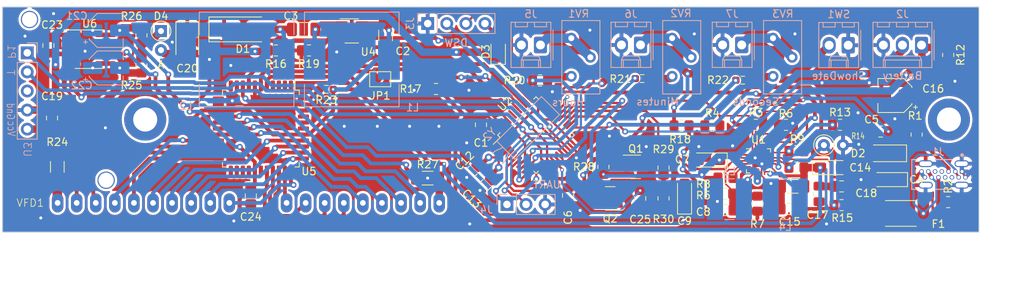
<source format=kicad_pcb>
(kicad_pcb (version 20221018) (generator pcbnew)
  (layers (0 "F.Cu" signal) (31 "B.Cu" signal) (34 "B.Paste" user) (35 "F.Paste" user) (36 "B.SilkS" user "B.Silkscreen") (37 "F.SilkS" user "F.Silkscreen") (38 "B.Mask" user) (39 "F.Mask" user) (44 "Edge.Cuts" user))
  (net 0 "")
  (net 1 "+3V0")
  (net 2 "GND")
  (net 3 "+5VD")
  (net 4 "Net-(U4-SW)")
  (net 5 "Net-(D1-A)")
  (net 6 "VBUS_P")
  (net 7 "Net-(U2-NRST)")
  (net 8 "VBAT")
  (net 9 "Net-(U1-FB1)")
  (net 10 "Net-(U2-PC14)")
  (net 11 "Net-(U2-PC15)")
  (net 12 "Net-(C15-Pad1)")
  (net 13 "Net-(U1-FB2)")
  (net 14 "Net-(C16-Pad1)")
  (net 15 "Net-(U1-Vc2)")
  (net 16 "Net-(C18-Pad1)")
  (net 17 "-24V")
  (net 18 "Net-(U6-VO1)")
  (net 19 "Net-(C21-Pad2)")
  (net 20 "Net-(U6-VO2)")
  (net 21 "Net-(C22-Pad2)")
  (net 22 "Net-(U6-+IN)")
  (net 23 "Net-(D3-A)")
  (net 24 "Net-(D4-K)")
  (net 25 "Net-(F1-Pad1)")
  (net 26 "Net-(J1-CC1)")
  (net 29 "Net-(J1-CC2)")
  (net 32 "NTC")
  (net 33 "SWCLK")
  (net 34 "SWDIO")
  (net 35 "USART1_RX")
  (net 36 "USART1_TX")
  (net 37 "Net-(J5-Pin_1)")
  (net 38 "Net-(J6-Pin_1)")
  (net 39 "Net-(J7-Pin_1)")
  (net 40 "SPI1_MOSI")
  (net 41 "SPI1_MISO")
  (net 42 "Net-(U1-SW1)")
  (net 43 "Net-(U1-SWAB2)")
  (net 44 "Net-(U1-SWCD2)")
  (net 45 "LTC_CHRG")
  (net 46 "Net-(U1-PROG)")
  (net 47 "Net-(U1-EN1)")
  (net 48 "LTC_EN2")
  (net 49 "Net-(U1-EN2)")
  (net 50 "Net-(U4-NFB)")
  (net 51 "GPIO_EXTI0")
  (net 52 "PWM_Hour")
  (net 53 "Net-(R20-Pad2)")
  (net 54 "PWM_Min")
  (net 55 "Net-(R21-Pad2)")
  (net 56 "PWM_Sec")
  (net 57 "Net-(R22-Pad2)")
  (net 58 "Net-(U5-OSC)")
  (net 59 "AC1")
  (net 60 "AC2")
  (net 61 "LTC_MODE")
  (net 62 "LTC_SUSP")
  (net 63 "LTC_HPWR")
  (net 66 "SPI1_NSS")
  (net 67 "PWM_Fosc")
  (net 68 "DCF77_TIME")
  (net 69 "BATT_LEVEL")
  (net 73 "DCF77_PDN")
  (net 74 "~{SHDN_-24V}")
  (net 75 "Net-(Q1-G)")
  (net 78 "SPI1_SCK")
  (net 93 "/SG1")
  (net 94 "/SG2")
  (net 95 "/SG3")
  (net 96 "/SG4")
  (net 97 "/SG5")
  (net 98 "/SG6")
  (net 99 "/SG7")
  (net 100 "/SG8")
  (net 106 "/GR9")
  (net 107 "/GR8")
  (net 108 "/GR7")
  (net 109 "/GR6")
  (net 110 "/GR5")
  (net 111 "/GR4")
  (net 112 "/GR3")
  (net 113 "/GR2")
  (net 114 "/GR1")
  (net 119 "Net-(Q1-D)")
  (net 120 "BATT_CHECK")
  (footprint "Capacitor_SMD:C_0805_2012Metric_Pad1.18x1.45mm_HandSolder" (layer "F.Cu") (at 119.3 124.1 90)
    (fp_text reference "C6")
    (fp_text value "100nF")
  )
  (footprint "Resistor_SMD:R_0805_2012Metric_Pad1.20x1.40mm_HandSolder" (layer "F.Cu") (at 132 124.5 -90)
    (fp_text reference "R30")
    (fp_text value "22k")
  )
  (footprint "MountingHole:MountingHole_3.2mm_M3_DIN965_Pad_TopBottom" (layer "F.Cu") (at 63 114)
    (fp_text reference "H2" hide)
    (fp_text value "Hole")
  )
  (footprint "Capacitor_SMD:C_0805_2012Metric_Pad1.18x1.45mm_HandSolder" (layer "F.Cu") (at 160.9 115.6)
    (fp_text reference "C5")
    (fp_text value "100nF")
  )
  (footprint "Resistor_SMD:R_1206_3216Metric_Pad1.30x1.75mm_HandSolder" (layer "F.Cu") (at 149.2 122.9 180)
    (fp_text reference "R10" hide)
    (fp_text value "120k")
  )
  (footprint "Fuse:Fuse_2512_6332Metric_Pad1.52x3.35mm_HandSolder" (layer "F.Cu") (at 163.6 126.5 180)
    (fp_text reference "F1")
    (fp_text value "2A")
  )
  (footprint "Package_DFN_QFN:QFN-20-1EP_3x3mm_P0.4mm_EP1.65x1.65mm" (layer "F.Cu") (at 144.65 119.5)
    (fp_text reference "U1")
    (fp_text value "LTC3558")
  )
  (footprint "Capacitor_Tantalum_SMD:CP_EIA-3216-18_Kemet-A_Pad1.58x1.35mm_HandSolder" (layer "F.Cu") (at 138 119.39 180)
    (fp_text reference "C7")
    (fp_text value "10uF")
  )
  (footprint "Resistor_SMD:R_0805_2012Metric_Pad1.20x1.40mm_HandSolder" (layer "F.Cu") (at 155.5 114.7)
    (fp_text reference "R13")
    (fp_text value "820k")
  )
  (footprint "Diode_SMD:D_SMA_Handsoldering" (layer "F.Cu") (at 76 102)
    (fp_text reference "D1")
    (fp_text value "SSL14")
  )
  (footprint "Resistor_SMD:R_0805_2012Metric_Pad1.20x1.40mm_HandSolder" (layer "F.Cu") (at 132 120.4 -90)
    (fp_text reference "R29")
    (fp_text value "22k")
  )
  (footprint "Resistor_SMD:R_0805_2012Metric_Pad1.20x1.40mm_HandSolder" (layer "F.Cu") (at 148.3 114.7 180)
    (fp_text reference "R6")
    (fp_text value "1k8")
  )
  (footprint "Resistor_THT:R_Axial_DIN0207_L6.3mm_D2.5mm_P2.54mm_Vertical" (layer "F.Cu") (at 153.355 117.4)
    (fp_text reference "R14")
    (fp_text value "62k")
  )
  (footprint "Resistor_SMD:R_0805_2012Metric_Pad1.20x1.40mm_HandSolder" (layer "F.Cu") (at 101.72 109.93 180)
    (fp_text reference "R17")
    (fp_text value "10k")
  )
  (footprint "Resistor_SMD:R_0603_1608Metric_Pad0.98x0.95mm_HandSolder" (layer "F.Cu") (at 129.16 108.55)
    (fp_text reference "R21")
    (fp_text value "51k")
  )
  (footprint "Capacitor_SMD:C_0805_2012Metric_Pad1.18x1.45mm_HandSolder" (layer "F.Cu") (at 148.7 125.9)
    (fp_text reference "C15")
    (fp_text value "10pF")
  )
  (footprint "Resistor_SMD:R_1206_3216Metric_Pad1.30x1.75mm_HandSolder" (layer "F.Cu") (at 100.6 121.8)
    (fp_text reference "R27")
    (fp_text value "3R9")
  )
  (footprint "Resistor_SMD:R_0805_2012Metric_Pad1.20x1.40mm_HandSolder" (layer "F.Cu") (at 84.8 104.8 180)
    (fp_text reference "R19")
    (fp_text value "22k")
  )
  (footprint "VFD:FG95A" (layer "F.Cu") (at 51.34 125.1)
    (fp_text reference "VFD1")
    (fp_text value "FG95A")
  )
  (footprint "Capacitor_SMD:CP_Elec_4x5.7" (layer "F.Cu") (at 162.8 110.8 180)
    (fp_text reference "C16")
    (fp_text value "4.7uF")
  )
  (footprint "Resistor_SMD:R_0805_2012Metric_Pad1.20x1.40mm_HandSolder" (layer "F.Cu") (at 134.4 114.8 180)
    (fp_text reference "R18")
    (fp_text value "10k")
  )
  (footprint "Package_TO_SOT_SMD:SOT-23-5_HandSoldering" (layer "F.Cu") (at 90.5 102.2)
    (fp_text reference "U4")
    (fp_text value "LT1617")
  )
  (footprint "Resistor_SMD:R_0805_2012Metric_Pad1.20x1.40mm_HandSolder" (layer "F.Cu") (at 155.7 125.4)
    (fp_text reference "R15")
    (fp_text value "15k")
  )
  (footprint "Resistor_SMD:R_0603_1608Metric_Pad0.98x0.95mm_HandSolder" (layer "F.Cu") (at 142.55 108.76)
    (fp_text reference "R22")
    (fp_text value "51k")
  )
  (footprint "Resistor_SMD:R_0805_2012Metric_Pad1.20x1.40mm_HandSolder" (layer "F.Cu") (at 169.9 125)
    (fp_text reference "R2")
    (fp_text value "5k1")
  )
  (footprint "Package_TO_SOT_SMD:SOT-23" (layer "F.Cu") (at 124.9 124.5 180)
    (fp_text reference "Q2")
    (fp_text value "AO3400A")
  )
  (footprint "Resistor_SMD:R_0805_2012Metric_Pad1.20x1.40mm_HandSolder" (layer "F.Cu") (at 149.7 118.2 180)
    (fp_text reference "R9")
    (fp_text value "1k")
  )
  (footprint "Resistor_SMD:R_0805_2012Metric_Pad1.20x1.40mm_HandSolder" (layer "F.Cu") (at 62.5 102.8 -90)
    (fp_text reference "R26")
    (fp_text value "470")
  )
  (footprint "Resistor_SMD:R_1206_3216Metric_Pad1.30x1.75mm_HandSolder" (layer "F.Cu") (at 51.3 120.3 -90)
    (fp_text reference "R24")
    (fp_text value "3R9")
  )
  (footprint "Capacitor_SMD:C_0805_2012Metric_Pad1.18x1.45mm_HandSolder" (layer "F.Cu") (at 50.6 113.8 90)
    (fp_text reference "C19")
    (fp_text value "100nF")
  )
  (footprint "Capacitor_SMD:C_0805_2012Metric_Pad1.18x1.45mm_HandSolder" (layer "F.Cu") (at 155.7 122.9 180)
    (fp_text reference "C18")
    (fp_text value "10pF")
  )
  (footprint "Resistor_SMD:R_0805_2012Metric_Pad1.20x1.40mm_HandSolder" (layer "F.Cu") (at 80.4 104.8)
    (fp_text reference "R16")
    (fp_text value "390k")
  )
  (footprint "Resistor_SMD:R_0805_2012Metric_Pad1.20x1.40mm_HandSolder" (layer "F.Cu") (at 115.57 108.79)
    (fp_text reference "R20")
    (fp_text value "22k")
  )
  (footprint "Resistor_SMD:R_0805_2012Metric_Pad1.20x1.40mm_HandSolder" (layer "F.Cu") (at 169.9 105.4 -90)
    (fp_text reference "R12")
    (fp_text value "1")
  )
  (footprint "Capacitor_SMD:C_0805_2012Metric_Pad1.18x1.45mm_HandSolder" (layer "F.Cu") (at 140.21 126.05)
    (fp_text reference "C8")
    (fp_text value "10pF")
  )
  (footprint "Capacitor_Tantalum_SMD:CP_EIA-3216-18_Kemet-A_Pad1.58x1.35mm_HandSolder" (layer "F.Cu") (at 134.8 124.1 90)
    (fp_text reference "C9")
    (fp_text value "10uF")
  )
  (footprint "Package_SO:SOIC-8_3.9x4.9mm_P1.27mm" (layer "F.Cu") (at 55.61 104.635)
    (fp_text reference "U6")
    (fp_text value "LM4871")
  )
  (footprint "Diode_THT:D_DO-35_SOD27_P2.54mm_Vertical_AnodeUp" (layer "F.Cu") (at 65.1 102.220686 -90)
    (fp_text reference "D4")
    (fp_text value "6.2V")
  )
  (footprint "Capacitor_SMD:C_0805_2012Metric_Pad1.18x1.45mm_HandSolder" (layer "F.Cu") (at 107.7 114.7 -90)
    (fp_text reference "C1")
    (fp_text value "100nF")
  )
  (footprint "Resistor_SMD:R_0805_2012Metric_Pad1.20x1.40mm_HandSolder" (layer "F.Cu") (at 144.3 114.7)
    (fp_text reference "R3")
    (fp_text value "Rntc")
  )
  (footprint "Resistor_SMD:R_0805_2012Metric_Pad1.20x1.40mm_HandSolder" (layer "F.Cu") (at 165.7 116 90)
    (fp_text reference "R1")
    (fp_text value "5k1")
  )
  (footprint "Capacitor_SMD:C_0805_2012Metric_Pad1.18x1.45mm_HandSolder" (layer "F.Cu") (at 108.3 122.7 45)
    (fp_text reference "C13")
    (fp_text value "10pF")
  )
  (footprint "Capacitor_SMD:C_0805_2012Metric_Pad1.18x1.45mm_HandSolder" (layer "F.Cu") (at 152.7 123.9 90)
    (fp_text reference "C17")
    (fp_text value "10pF")
  )
  (footprint "Resistor_SMD:R_0805_2012Metric_Pad1.20x1.40mm_HandSolder" (layer "F.Cu") (at 62.5 106.8 90)
    (fp_text reference "R25")
    (fp_text value "470")
  )
  (footprint "Package_TO_SOT_SMD:SOT-23" (layer "F.Cu") (at 128.3 120.3)
    (fp_text reference "Q1")
    (fp_text value "AO3401A")
  )
  (footprint "Capacitor_SMD:C_0805_2012Metric_Pad1.18x1.45mm_HandSolder" (layer "F.Cu") (at 128.9 124.5 -90)
    (fp_text reference "C25")
    (fp_text value "10pF")
  )
  (footprint "Resistor_SMD:R_0805_2012Metric_Pad1.20x1.40mm_HandSolder" (layer "F.Cu") (at 138.5 114.8)
    (fp_text reference "R4")
    (fp_text value "100k")
  )
  (footprint "Capacitor_SMD:C_1206_3216Metric_Pad1.33x1.80mm_HandSolder" (layer "F.Cu") (at 95 102.8 -90)
    (fp_text reference "C2")
    (fp_text value "10uF")
  )
  (footprint "Capacitor_SMD:C_0805_2012Metric_Pad1.18x1.45mm_HandSolder" (layer "F.Cu") (at 50.11 104.135 90)
    (fp_text reference "C23")
    (fp_text value "1uF")
  )
  (footprint "Capacitor_Tantalum_SMD:CP_EIA-3216-18_Kemet-A_Pad1.58x1.35mm_HandSolder" (layer "F.Cu") (at 154.3 120.4)
    (fp_text reference "C14")
    (fp_text value "10uF")
  )
  (footprint "Resistor_SMD:R_0805_2012Metric_Pad1.20x1.40mm_HandSolder" (layer "F.Cu") (at 140.25 121.75)
    (fp_text reference "R8")
    (fp_text value "100k")
  )
  (footprint "MountingHole:MountingHole_3.2mm_M3_DIN965_Pad_TopBottom" (layer "F.Cu") (at 170 114)
    (fp_text reference "H1" hide)
    (fp_text value "Hole")
  )
  (footprint "Capacitor_SMD:C_0805_2012Metric_Pad1.18x1.45mm_HandSolder" (layer "F.Cu") (at 77.06 124.15 90)
    (fp_text reference "C24")
    (fp_text value "100nF")
  )
  (footprint "Resistor_SMD:R_0805_2012Metric_Pad1.20x1.40mm_HandSolder" (layer "F.Cu") (at 149.7 120.4 180)
    (fp_text reference "R11" hide)
    (fp_text value "300k")
  )
  (footprint "Resistor_SMD:R_0805_2012Metric_Pad1.20x1.40mm_HandSolder" (layer "F.Cu") (at 124 120.3 -90)
    (fp_text reference "R28")
    (fp_text value "100k")
  )
  (footprint "Package_QFP:LQFP-44_10x10mm_P0.8mm" (layer "F.Cu") (at 78.4 115.2 -90)
    (fp_text reference "U5")
    (fp_text value "PT6312")
  )
  (footprint "Diode_SMD:D_0805_2012Metric" (layer "F.Cu") (at 109.99 104.97 90)
    (fp_text reference "D3")
    (fp_text value "CD4148W")
  )
  (footprint "Diode_SMD:D_MiniMELF" (layer "F.Cu") (at 161.7 118.5 180)
    (fp_text reference "D2")
    (fp_text value "BZV55B5V6")
  )
  (footprint "Jumper:SolderJumper-2_P1.3mm_Open_TrianglePad1.0x1.5mm" (layer "F.Cu") (at 94.285 108.63)
    (fp_text reference "JP1")
    (fp_text value "~")
  )
  (footprint "Resistor_SMD:R_0603_1608Metric_Pad0.98x0.95mm_HandSolder" (layer "F.Cu") (at 87.11 109.98 180)
    (fp_text reference "R23")
    (fp_text value "51k")
  )
  (footprint "Resistor_SMD:R_0805_2012Metric_Pad1.20x1.40mm_HandSolder" (layer "F.Cu") (at 144.5 125.2 -90)
    (fp_text reference "R7")
    (fp_text value "300k")
  )
  (footprint "Resistor_SMD:R_0805_2012Metric_Pad1.20x1.40mm_HandSolder" (layer "F.Cu") (at 140.21 123.88)
    (fp_text reference "R5")
    (fp_text value "820k")
  )
  (footprint "Capacitor_Tantalum_SMD:CP_EIA-3216-18_Kemet-A_Pad1.58x1.35mm_HandSolder" (layer "F.Cu") (at 162 122 180)
    (fp_text reference "C4")
    (fp_text value "10uF")
  )
  (footprint "Capacitor_Tantalum_SMD:CP_EIA-3528-21_Kemet-B_Pad1.50x2.35mm_HandSolder" (layer "F.Cu") (at 68.6 103.6 -90)
    (fp_text reference "C20")
    (fp_text value "4.7uF")
  )
  (footprint "Capacitor_SMD:C_0805_2012Metric_Pad1.18x1.45mm_HandSolder" (layer "F.Cu") (at 106.5 120.9 45)
    (fp_text reference "C12")
    (fp_text value "10pF")
  )
  (footprint "Capacitor_SMD:C_1206_3216Metric_Pad1.33x1.80mm_HandSolder" (layer "F.Cu") (at 84.1 102 180)
    (fp_text reference "C3")
    (fp_text value "0.22uF")
  )
  (footprint "Package_QFP:LQFP-48_7x7mm_P0.5mm" (layer "F.Cu") (at 115.03 116.07 45)
    (fp_text reference "U2")
    (fp_text value "STM32L051C8Tx")
  )
  (footprint "Connector_Molex:Molex_KK-254_AE-6410-02A_1x02_P2.54mm_Vertical" (layer "B.Cu") (at 156.59 104.11 180)
    (fp_text reference "SW1")
    (fp_text value "ShowDate")
  )
  (footprint "Potentiometer_THT:Potentiometer_Bourns_3296Y_Vertical" (layer "B.Cu") (at 133.15 108.25 -90)
    (fp_text reference "RV2")
    (fp_text value "10k")
  )
  (footprint "Connector_Molex:Molex_KK-254_AE-6410-02A_1x02_P2.54mm_Vertical" (layer "B.Cu") (at 128.94 104.07 180)
    (fp_text reference "J6")
    (fp_text value "Minutes")
  )
  (footprint "Inductor_SMD:L_Ferrocore_DLG-0504" (layer "B.Cu") (at 148.2 124.6)
    (fp_text reference "L4")
    (fp_text value "2.2uH")
  )
  (footprint "Potentiometer_THT:Potentiometer_Bourns_3296Y_Vertical" (layer "B.Cu") (at 119.725 108.25 -90)
    (fp_text reference "RV1")
    (fp_text value "10k")
  )
  (footprint "Crystal:Crystal_C38-LF_D3.0mm_L8.0mm_Horizontal" (layer "B.Cu") (at 108.715938 119.040559 -45)
    (fp_text reference "Y2")
    (fp_text value "32.768kHz")
  )
  (footprint "Connector_Molex:Molex_KK-254_AE-6410-02A_1x02_P2.54mm_Vertical" (layer "B.Cu") (at 115.62 104.08 180)
    (fp_text reference "J5")
    (fp_text value "Hours")
  )
  (footprint "Connector_Molex:Molex_KK-254_AE-6410-02A_1x02_P2.54mm_Vertical" (layer "B.Cu") (at 142.41 104.07 180)
    (fp_text reference "J7")
    (fp_text value "Seconds")
  )
  (footprint "Connector_PinHeader_2.54mm:PinHeader_1x03_P2.54mm_Vertical" (layer "B.Cu") (at 111.16 125.3 -90)
    (fp_text reference "J4")
    (fp_text value "UART")
  )
  (footprint "Connector_Molex:Molex_KK-254_AE-6410-03A_1x03_P2.54mm_Vertical" (layer "B.Cu") (at 166.35 104.09 180)
    (fp_text reference "J2")
    (fp_text value "Battery")
  )
  (footprint "Connector_PinHeader_2.54mm:PinHeader_1x04_P2.54mm_Vertical" (layer "B.Cu") (at 100.61 101.22 -90)
    (fp_text reference "J3")
    (fp_text value "DSW")
  )
  (footprint "Molex USB C:Molex-2169890001-MFG" (layer "B.Cu") (at 172.475 121.31 -90)
    (fp_text reference "J1")
    (fp_text value "USB_C_Receptacle_USB2.0")
  )
  (footprint "Capacitor_SMD:CP_Elec_4x5.7" (layer "B.Cu") (at 57.81 107.135)
    (fp_text reference "C21")
    (fp_text value "4.7uF")
  )
  (footprint "Inductor_SMD:L_12x12mm_H8mm" (layer "B.Cu") (at 76.5 106 180)
    (fp_text reference "L2")
    (fp_text value "15uH")
  )
  (footprint "Inductor_SMD:L_Ferrocore_DLG-0504" (layer "B.Cu") (at 140.775 124.6 180)
    (fp_text reference "L3")
    (fp_text value "4.7uH")
  )
  (footprint "Capacitor_SMD:CP_Elec_4x5.7" (layer "B.Cu") (at 57.81 102.135)
    (fp_text reference "C22")
    (fp_text value "4.7uF")
  )
  (footprint "Inductor_SMD:L_12x12mm_H8mm" (layer "B.Cu") (at 90.5 106 180)
    (fp_text reference "L1")
    (fp_text value "15uH")
  )
  (footprint "DCF77_module:MAS6180_module" (layer "B.Cu") (at 59.45 123.88 90)
    (fp_text reference "U3")
    (fp_text value "MAS6180_77kHz")
  )
  (footprint "Potentiometer_THT:Potentiometer_Bourns_3296Y_Vertical" (layer "B.Cu") (at 146.58 108.25 -90)
    (fp_text reference "RV3")
    (fp_text value "10k")
  )
  (gr_rect (start 44 99) (end 174 129) (stroke (width 0.1)) (fill none) (layer "Edge.Cuts"))
  (segment (start 108.9175 105.9075) (end 108.04 105.03) (width 1) (layer "F.Cu") (net 1))
  (segment (start 112.1 115.664149) (end 112.1 115.4) (width 0.3) (layer "F.Cu") (net 1))
  (segment (start 108.04 105.03) (end 104.42 105.03) (width 1) (layer "F.Cu") (net 1))
  (segment (start 136.7 124.9) (end 136.2 124.9) (width 1) (layer "F.Cu") (net 1))
  (segment (start 102.72 110.645) (end 105.7375 113.6625) (width 0.5) (layer "F.Cu") (net 1))
  (segment (start 110.142124 115.071212) (end 110.735061 115.664149) (width 0.3) (layer "F.Cu") (net 1))
  (segment (start 52.83 111.82) (end 52.83 113.62) (width 1) (layer "F.Cu") (net 1))
  (segment (start 116.920661 114) (end 115.9 114) (width 0.3) (layer "F.Cu") (net 1))
  (segment (start 134.570023 120.629977) (end 134.719926 120.629977) (width 0.5) (layer "F.Cu") (net 1))
  (segment (start 112.1 115.4) (end 114.5 113) (width 0.3) (layer "F.Cu") (net 1))
  (segment (start 113.563489 119.304277) (end 113.563489 117.127638) (width 0.3) (layer "F.Cu") (net 1))
  (segment (start 135.4 114.8) (end 135.4 117.6) (width 0.5) (layer "F.Cu") (net 1))
  (segment (start 136.2 124.9) (end 133.7 127.4) (width 1) (layer "F.Cu") (net 1))
  (segment (start 111.1 105.9) (end 111.0925 105.9075) (width 0.3) (layer "F.Cu") (net 1))
  (segment (start 139.1725 123.9175) (end 139.21 123.88) (width 1) (layer "F.Cu") (net 1))
  (segment (start 134.719926 120.629977) (end 136.7 122.610051) (width 0.5) (layer "F.Cu") (net 1))
  (segment (start 107.8 127.4) (end 104.3 123.9) (width 0.5) (layer "F.Cu") (net 1))
  (segment (start 105.7375 113.6625) (end 107.7 113.6625) (width 0.5) (layer "F.Cu") (net 1))
  (segment (start 115.1 113) (end 115.3 112.8) (width 0.3) (layer "F.Cu") (net 1))
  (segment (start 50.1575 115.28) (end 50.6 114.8375) (width 1) (layer "F.Cu") (net 1))
  (segment (start 115.3 113.4) (end 115.3 112.8) (width 0.3) (layer "F.Cu") (net 1))
  (segment (start 51.07 110.06) (end 52.83 111.82) (width 1) (layer "F.Cu") (net 1))
  (segment (start 104.3 123.9) (end 104.3 115.1) (width 0.5) (layer "F.Cu") (net 1))
  (segment (start 135.4 117.6) (end 134.7 118.3) (width 0.5) (layer "F.Cu") (net 1))
  (segment (start 122.6 127.4) (end 107.8 127.4) (width 0.5) (layer "F.Cu") (net 1))
  (segment (start 118.9 115.979339) (end 116.920661 114) (width 0.3) (layer "F.Cu") (net 1))
  (segment (start 112.970551 119.897215) (end 113.563489 119.304277) (width 0.3) (layer "F.Cu") (net 1))
  (segment (start 110.735061 115.664149) (end 112.1 115.664149) (width 0.3) (layer "F.Cu") (net 1))
  (segment (start 110.142124 115.071212) (end 108.733412 113.6625) (width 0.3) (layer "F.Cu") (net 1))
  (segment (start 136.7 122.610051) (end 136.7 124.9) (width 0.5) (layer "F.Cu") (net 1))
  (segment (start 135.4375 124.9) (end 134.8 125.5375) (width 1) (layer "F.Cu") (net 1))
  (segment (start 114.5 113) (end 115.1 113) (width 0.3) (layer "F.Cu") (net 1))
  (segment (start 118.9 116.050912) (end 118.9 115.979339) (width 0.3) (layer "F.Cu") (net 1))
  (segment (start 119.917876 117.068788) (end 118.9 116.050912) (width 0.3) (layer "F.Cu") (net 1))
  (segment (start 111.0925 105.9075) (end 109.99 105.9075) (width 0.3) (layer "F.Cu") (net 1))
  (segment (start 133.7 127.4) (end 122.6 127.4) (width 1) (layer "F.Cu") (net 1))
  (segment (start 108.733412 113.6625) (end 107.7 113.6625) (width 0.3) (layer "F.Cu") (net 1))
  (segment (start 115.9 114) (end 115.3 113.4) (width 0.3) (layer "F.Cu") (net 1))
  (segment (start 102.72 109.93) (end 102.72 110.645) (width 0.5) (layer "F.Cu") (net 1))
  (segment (start 115.146664 110.3) (end 113.9 110.3) (width 0.3) (layer "F.Cu") (net 1))
  (segment (start 135.4 114.8) (end 137.5 114.8) (width 0.5) (layer "F.Cu") (net 1))
  (segment (start 115.3 111.910912) (end 116.028788 111.182124) (width 0.3) (layer "F.Cu") (net 1))
  (segment (start 104.3 115.1) (end 105.7375 113.6625) (width 0.5) (layer "F.Cu") (net 1))
  (segment (start 47.3 115.28) (end 50.1575 115.28) (width 1) (layer "F.Cu") (net 1))
  (segment (start 52.83 113.62) (end 51.6125 114.8375) (width 1) (layer "F.Cu") (net 1))
  (segment (start 136.2 124.9) (end 135.4375 124.9) (width 1) (layer "F.Cu") (net 1))
  (segment (start 115.3 112.8) (end 115.3 111.910912) (width 0.3) (layer "F.Cu") (net 1))
  (segment (start 113.9 110.3) (end 113.3 109.7) (width 0.3) (layer "F.Cu") (net 1))
  (segment (start 139.1725 124.9) (end 136.7 124.9) (width 1) (layer "F.Cu") (net 1))
  (segment (start 139.1725 126.05) (end 139.1725 123.9175) (width 1) (layer "F.Cu") (net 1))
  (segment (start 109.99 105.9075) (end 108.9175 105.9075) (width 1) (layer "F.Cu") (net 1))
  (segment (start 113.3 109.7) (end 113.3 108.1) (width 0.3) (layer "F.Cu") (net 1))
  (segment (start 51.07 106.69) (end 51.07 110.06) (width 1) (layer "F.Cu") (net 1))
  (segment (start 51.6125 114.8375) (end 50.6 114.8375) (width 1) (layer "F.Cu") (net 1))
  (segment (start 113.3 108.1) (end 111.1 105.9) (width 0.3) (layer "F.Cu") (net 1))
  (segment (start 116.028788 111.182124) (end 115.146664 110.3) (width 0.3) (layer "F.Cu") (net 1))
  (segment (start 113.563489 117.127638) (end 112.1 115.664149) (width 0.3) (layer "F.Cu") (net 1))
  (segment (start 137.5 114.8) (end 137.5 115.0625) (width 0.3) (layer "F.Cu") (net 1))
  (via (at 139.1725 124.9) (size 0.8) (drill 0.4) (layers "F.Cu" "B.Cu") (net 1))
  (via (at 104.42 105.03) (size 0.8) (drill 0.4) (layers "F.Cu" "B.Cu") (net 1))
  (via (at 134.7 118.3) (size 0.8) (drill 0.4) (layers "F.Cu" "B.Cu") (net 1))
  (via (at 51.07 106.69) (size 0.8) (drill 0.4) (layers "F.Cu" "B.Cu") (net 1))
  (via (at 134.570023 120.629977) (size 0.8) (drill 0.4) (layers "F.Cu" "B.Cu") (net 1))
  (segment (start 51.07 102.62) (end 53.44 100.25) (width 1) (layer "B.Cu") (net 1))
  (segment (start 134.7 118.3) (end 134.7 120.5) (width 0.5) (layer "B.Cu") (net 1))
  (segment (start 53.44 100.25) (end 95.16 100.25) (width 1) (layer "B.Cu") (net 1))
  (segment (start 51.07 106.69) (end 51.07 102.62) (width 1) (layer "B.Cu") (net 1))
  (segment (start 95.16 100.25) (end 99.94 105.03) (width 1) (layer "B.Cu") (net 1))
  (segment (start 99.94 105.03) (end 104.42 105.03) (width 1) (layer "B.Cu") (net 1))
  (segment (start 134.7 120.5) (end 134.570023 120.629977) (width 0.5) (layer "B.Cu") (net 1))
  (segment (start 143.2 118.7) (end 142.4 118.7) (width 0.2) (layer "F.Cu") (net 2))
  (segment (start 142.4 118.7) (end 141.2 117.5) (width 0.2) (layer "F.Cu") (net 2))
  (segment (start 112.616998 119.543662) (end 111.8 120.36066) (width 0.3) (layer "F.Cu") (net 2))
  (segment (start 149.3 114.6) (end 149.2 114.5) (width 0.2) (layer "F.Cu") (net 2))
  (segment (start 50.4775 102.73) (end 50.11 103.0975) (width 0.6) (layer "F.Cu") (net 2))
  (segment (start 117.2 110.71802) (end 117.2 110.3) (width 0.3) (layer "F.Cu") (net 2))
  (segment (start 110.495678 114.717658) (end 106.1 110.32198) (width 0.3) (layer "F.Cu") (net 2))
  (segment (start 116.382342 111.535678) (end 117.2 110.71802) (width 0.3) (layer "F.Cu") (net 2))
  (segment (start 47.3 112.74) (end 50.5775 112.74) (width 1) (layer "F.Cu") (net 2))
  (segment (start 166.35 120.92) (end 166.8 121.7) (width 0.3) (layer "F.Cu") (net 2))
  (segment (start 53.135 102.73) (end 54.445 102.73) (width 0.6) (layer "F.Cu") (net 2))
  (segment (start 119.564322 117.422342) (end 120.4 118.25802) (width 0.3) (layer "F.Cu") (net 2))
  (segment (start 171.75 120.92) (end 172.2 121.7) (width 0.3) (layer "F.Cu") (net 2))
  (segment (start 106.1 110.32198) (end 106.1 110.1) (width 0.3) (layer "F.Cu") (net 2))
  (segment (start 105.766377 121.666377) (end 105.8 121.7) (width 0.3) (layer "F.Cu") (net 2))
  (segment (start 105.766377 121.633623) (end 105.766377 121.666377) (width 0.3) (layer "F.Cu") (net 2))
  (segment (start 50.5775 112.74) (end 50.6 112.7625) (width 1) (layer "F.Cu") (net 2))
  (segment (start 111.8 120.36066) (end 111.8 120.9) (width 0.3) (layer "F.Cu") (net 2))
  (segment (start 107.6 123.4) (end 107.566377 123.433623) (width 0.3) (layer "F.Cu") (net 2))
  (segment (start 55.715 104) (end 58.085 104) (width 0.6) (layer "F.Cu") (net 2))
  (segment (start 120.4 118.25802) (end 120.4 119.1) (width 0.3) (layer "F.Cu") (net 2))
  (segment (start 149.3 114.7) (end 149.3 114.6) (width 0.2) (layer "F.Cu") (net 2))
  (segment (start 54.445 102.73) (end 55.715 104) (width 0.6) (layer "F.Cu") (net 2))
  (segment (start 53.135 102.73) (end 50.4775 102.73) (width 0.6) (layer "F.Cu") (net 2))
  (via (at 74.4 106.8) (size 0.8) (drill 0.4) (layers "F.Cu" "B.Cu") (net 2))
  (via (at 93.9 114.9) (size 0.8) (drill 0.4) (layers "F.Cu" "B.Cu") (net 2))
  (via (at 106.1 110.1) (size 0.8) (drill 0.4) (layers "F.Cu" "B.Cu") (net 2))
  (via (at 107.566377 123.433623) (size 0.8) (drill 0.4) (layers "F.Cu" "B.Cu") (net 2))
  (via (at 170.8 108.9) (size 0.8) (drill 0.4) (layers "F.Cu" "B.Cu") (net 2))
  (via (at 162.8 113.9) (size 0.8) (drill 0.4) (layers "F.Cu" "B.Cu") (net 2))
  (via (at 149.2 114.5) (size 0.8) (drill 0.4) (layers "F.Cu" "B.Cu") (net 2))
  (via (at 157.9 113.1) (size 0.8) (drill 0.4) (layers "F.Cu" "B.Cu") (net 2))
  (via (at 105.8 121.7) (size 0.8) (drill 0.4) (layers "F.Cu" "B.Cu") (net 2))
  (via (at 158.3 122) (size 0.8) (drill 0.4) (layers "F.Cu" "B.Cu") (net 2))
  (via (at 149.5 102.6) (size 0.8) (drill 0.4) (layers "F.Cu" "B.Cu") (net 2))
  (via (at 47 102.9) (size 0.8) (drill 0.4) (layers "F.Cu" "B.Cu") (net 2))
  (via (at 129.7 117.6) (size 0.8) (drill 0.4) (layers "F.Cu" "B.Cu") (net 2))
  (via (at 141.2 117.5) (size 0.8) (drill 0.4) (layers "F.Cu" "B.Cu") (net 2))
  (via (at 124.8 116.2) (size 0.8) (drill 0.4) (layers "F.Cu" "B.Cu") (net 2))
  (via (at 74.8 127.5) (size 0.8) (drill 0.4) (layers "F.Cu" "B.Cu") (net 2))
  (via (at 74.6 111.5) (size 0.8) (drill 0.4) (layers "F.Cu" "B.Cu") (net 2))
  (via (at 50.8 99.9) (size 0.8) (drill 0.4) (layers "F.Cu" "B.Cu") (net 2))
  (via (at 117.2 110.3) (size 0.8) (drill 0.4) (layers "F.Cu" "B.Cu") (net 2))
  (via (at 98.2 114.9) (size 0.8) (drill 0.4) (layers "F.Cu" "B.Cu") (net 2))
  (via (at 98.8 110.1) (size 0.8) (drill 0.4) (layers "F.Cu" "B.Cu") (net 2))
  (via (at 105.8 117.1) (size 0.8) (drill 0.4) (layers "F.Cu" "B.Cu") (net 2))
  (via (at 136.1 102.6) (size 0.8) (drill 0.4) (layers "F.Cu" "B.Cu") (net 2))
  (via (at 57.7 115.1) (size 0.8) (drill 0.4) (layers "F.Cu" "B.Cu") (net 2))
  (via (at 144.2 119.1) (size 0.6) (drill 0.4) (layers "F.Cu" "B.Cu") (net 2))
  (via (at 55 104.9) (size 0.8) (drill 0.4) (layers "F.Cu" "B.Cu") (net 2))
  (via (at 122.2 102.1) (size 0.8) (drill 0.4) (layers "F.Cu" "B.Cu") (net 2))
  (via (at 106.2 127.9) (size 0.8) (drill 0.4) (layers "F.Cu" "B.Cu") (net 2))
  (via (at 159.4 109.1) (size 0.8) (drill 0.4) (layers "F.Cu" "B.Cu") (net 2))
  (via (at 153.1 109.1) (size 0.8) (drill 0.4) (layers "F.Cu" "B.Cu") (net 2))
  (via (at 88.5 105) (size 0.8) (drill 0.4) (layers "F.Cu" "B.Cu") (net 2))
  (via (at 116.3 122.6) (size 0.8) (drill 0.4) (layers "F.Cu" "B.Cu") (net 2))
  (via (at 120.4 119.1) (size 0.8) (drill 0.4) (layers "F.Cu" "B.Cu") (net 2))
  (via (at 158 117.3) (size 0.8) (drill 0.4) (layers "F.Cu" "B.Cu") (net 2))
  (via (at 102.1 114.9) (size 0.8) (drill 0.4) (layers "F.Cu" "B.Cu") (net 2))
  (via (at 66.6 103.7) (size 0.8) (drill 0.4) (layers "F.Cu" "B.Cu") (net 2))
  (via (at 153.7 127.9) (size 0.8) (drill 0.4) (layers "F.Cu" "B.Cu") (net 2))
  (via (at 49.1 127.1) (size 0.8) (drill 0.4) (layers "F.Cu" "B.Cu") (net 2))
  (via (at 136.7 117.6) (size 0.8) (drill 0.4) (layers "F.Cu" "B.Cu") (net 2))
  (via (at 100.6 121.8) (size 0.8) (drill 0.4) (layers "F.Cu" "B.Cu") (net 2))
  (via (at 145.1 119.9) (size 0.6) (drill 0.4) (layers "F.Cu" "B.Cu") (net 2))
  (via (at 120.9 126.1) (size 0.8) (drill 0.4) (layers "F.Cu" "B.Cu") (net 2))
  (via (at 89.5 114.9) (size 0.8) (drill 0.4) (layers "F.Cu" "B.Cu") (net 2))
  (segment (start 76.8 112.8) (end 80 116) (width 0.5) (layer "F.Cu") (net 3))
  (segment (start 75.97663 112.8) (end 76.8 112.8) (width 0.5) (layer "F.Cu") (net 3))
  (segment (start 150.7 121.5) (end 150.7 122.85) (width 1) (layer "F.Cu") (net 3))
  (segment (start 147.48995 121.5) (end 150.7 121.5) (width 0.4) (layer "F.Cu") (net 3))
  (segment (start 91.080051 109.98) (end 88.0225 109.98) (width 0.5) (layer "F.Cu") (net 3))
  (segment (start 94.57 101.25) (end 91.85 101.25) (width 0.6) (layer "F.Cu") (net 3))
  (segment (start 84.83085 116) (end 88.0225 112.80835) (width 0.5) (layer "F.Cu") (net 3))
  (segment (start 60.27 105.27) (end 60.53 105.01) (width 0.5) (layer "F.Cu") (net 3))
  (segment (start 64.37 107.98) (end 64.37 109.77) (width 0.5) (layer "F.Cu") (net 3))
  (segment (start 80 116) (end 84.0625 116) (width 0.5) (layer "F.Cu") (net 3))
  (segment (start 84.0625 116) (end 84.83085 116) (width 0.5) (layer "F.Cu") (net 3))
  (segment (start 150.7 122.85) (end 150.75 122.9) (width 1) (layer "F.Cu") (net 3))
  (segment (start 88.0225 112.80835) (end 88.0225 109.98) (width 0.5) (layer "F.Cu") (net 3))
  (segment (start 102.8 119.9) (end 101.000051 119.9) (width 0.5) (layer "F.Cu") (net 3))
  (segment (start 150.75 122.55) (end 150.75 122.9) (width 0.2) (layer "F.Cu") (net 3))
  (segment (start 68.4 113.8) (end 69.49 113.8) (width 0.5) (layer "F.Cu") (net 3))
  (segment (start 69.49 113.8) (end 70.49 112.8) (width 0.5) (layer "F.Cu") (net 3))
  (segment (start 75.172966 112.7005) (end 75.87713 112.7005) (width 0.5) (layer "F.Cu") (net 3))
  (segment (start 146.1 120.3) (end 146.28995 120.3) (width 0.2) (layer "F.Cu") (net 3))
  (segment (start 150.7 120.4) (end 152.8625 120.4) (width 1) (layer "F.Cu") (net 3))
  (segment (start 150.7 120.4) (end 150.7 121.5) (width 1) (layer "F.Cu") (net 3))
  (segment (start 101.000051 119.9) (end 91.080051 109.98) (width 0.5) (layer "F.Cu") (net 3))
  (segment (start 64.37 109.77) (end 68.4 113.8) (width 0.5) (layer "F.Cu") (net 3))
  (segment (start 72.7375 112.8) (end 75.073466 112.8) (width 0.5) (layer "F.Cu") (net 3))
  (segment (start 75.87713 112.7005) (end 75.97663 112.8) (width 0.5) (layer "F.Cu") (net 3))
  (segment (start 95.45 102.13) (end 94.57 101.25) (width 0.6) (layer "F.Cu") (net 3))
  (segment (start 75.073466 112.8) (end 75.172966 112.7005) (width 0.5) (layer "F.Cu") (net 3))
  (segment (start 70.49 112.8) (end 72.7375 112.8) (width 0.5) (layer "F.Cu") (net 3))
  (segment (start 146.28995 120.3) (end 147.48995 121.5) (width 0.2) (layer "F.Cu") (net 3))
  (segment (start 58.085 105.27) (end 60.27 105.27) (width 0.5) (layer "F.Cu") (net 3))
  (via (at 95.45 102.13) (size 0.8) (drill 0.4) (layers "F.Cu" "B.Cu") (net 3))
  (via (at 102.8 119.9) (size 0.5) (drill 0.3) (layers "F.Cu" "B.Cu") (net 3))
  (via (at 64.37 107.98) (size 0.8) (drill 0.4) (layers "F.Cu" "B.Cu") (net 3))
  (via (at 60.53 105.01) (size 0.8) (drill 0.4) (layers "F.Cu" "B.Cu") (net 3))
  (via (at 152.8625 120.4) (size 0.8) (drill 0.4) (layers "F.Cu" "B.Cu") (net 3))
  (via (at 88.0225 109.98) (size 0.5) (drill 0.3) (layers "F.Cu" "B.Cu") (net 3))
  (segment (start 95.45 102.13) (end 95.45 106) (width 0.6) (layer "B.Cu") (net 3))
  (segment (start 152.8625 126.5875) (end 151.65 127.8) (width 0.5) (layer "B.Cu") (net 3))
  (segment (start 93.8 106) (end 89.8 110) (width 0.6) (layer "B.Cu") (net 3))
  (segment (start 102.8 121) (end 102.8 119.9) (width 0.5) (layer "B.Cu") (net 3))
  (segment (start 63.5 107.98) (end 64.37 107.98) (width 0.5) (layer "B.Cu") (net 3))
  (segment (start 140.575 127.8) (end 140.375 127.6) (width 0.5) (layer "B.Cu") (net 3))
  (segment (start 151.65 127.8) (end 140.575 127.8) (width 0.5) (layer "B.Cu") (net 3))
  (segment (start 140.175 127.8) (end 109.6 127.8) (width 0.5) (layer "B.Cu") (net 3))
  (segment (start 95.45 106) (end 93.8 106) (width 0.6) (layer "B.Cu") (net 3))
  (segment (start 60.53 105.01) (end 63.5 107.98) (width 0.5) (layer "B.Cu") (net 3))
  (segment (start 88.0425 110) (end 88.0225 109.98) (width 0.6) (layer "B.Cu") (net 3))
  (segment (start 152.8625 120.4) (end 152.8625 126.5875) (width 0.5) (layer "B.Cu") (net 3))
  (segment (start 140.375 127.6) (end 140.175 127.8) (width 0.5) (layer "B.Cu") (net 3))
  (segment (start 109.6 127.8) (end 102.8 121) (width 0.5) (layer "B.Cu") (net 3))
  (segment (start 89.8 110) (end 88.0425 110) (width 0.6) (layer "B.Cu") (net 3))
  (segment (start 89.15 101.25) (end 86.4125 101.25) (width 0.6) (layer "F.Cu") (net 4))
  (segment (start 86.4125 101.25) (end 85.6625 102) (width 0.6) (layer "F.Cu") (net 4))
  (via (at 85.6625 102) (size 0.8) (drill 0.4) (layers "F.Cu" "B.Cu") (net 4))
  (segment (start 85.55 102.1125) (end 85.6625 102) (width 0.6) (layer "B.Cu") (net 4))
  (segment (start 85.55 106) (end 85.55 102.1125) (width 0.6) (layer "B.Cu") (net 4))
  (segment (start 80.97 102) (end 82.5375 102) (width 1) (layer "F.Cu") (net 5))
  (segment (start 78.5 102) (end 80.97 102) (width 1) (layer "F.Cu") (net 5))
  (via (at 80.97 102) (size 0.8) (drill 0.4) (layers "F.Cu" "B.Cu") (net 5))
  (segment (start 81.45 102.48) (end 80.97 102) (width 0.6) (layer "B.Cu") (net 5))
  (segment (start 81.45 106) (end 81.45 102.48) (width 0.6) (layer "B.Cu") (net 5))
  (segment (start 143.85 115.25) (end 143.3 114.7) (width 0.2) (layer "F.Cu") (net 6))
  (segment (start 163.45 117.1125) (end 161.9375 115.6) (width 1) (layer "F.Cu") (net 6))
  (segment (start 143.3 114.7) (end 141.7 114.7) (width 0.5) (layer "F.Cu") (net 6))
  (segment (start 163.4375 123.675) (end 160.6125 126.5) (width 1) (layer "F.Cu") (net 6))
  (segment (start 163.4375 118.5125) (end 163.45 118.5) (width 1) (layer "F.Cu") (net 6))
  (segment (start 150.545898 111.45) (end 143.45 111.45) (width 0.5) (layer "F.Cu") (net 6))
  (segment (start 163.4375 122) (end 163.4375 118.5125) (width 1) (layer "F.Cu") (net 6))
  (segment (start 141.7 114.7) (end 141.1 114.1) (width 0.5) (layer "F.Cu") (net 6))
  (segment (start 143.45 111.45) (end 143 111.9) (width 0.5) (layer "F.Cu") (net 6))
  (segment (start 143.85 118.05) (end 143.85 115.25) (width 0.2) (layer "F.Cu") (net 6))
  (segment (start 163.45 118.5) (end 163.45 117.1125) (width 1) (layer "F.Cu") (net 6))
  (segment (start 150.596398 111.3995) (end 150.545898 111.45) (width 0.5) (layer "F.Cu") (net 6))
  (segment (start 163.4375 122) (end 163.4375 123.675) (width 1) (layer "F.Cu") (net 6))
  (via (at 150.596398 111.3995) (size 0.5) (drill 0.3) (layers "F.Cu" "B.Cu") (net 6))
  (via (at 143 111.9) (size 0.5) (drill 0.3) (layers "F.Cu" "B.Cu") (net 6))
  (via (at 141.1 114.1) (size 0.5) (drill 0.3) (layers "F.Cu" "B.Cu") (net 6))
  (via (at 161.9375 115.6) (size 0.5) (drill 0.3) (layers "F.Cu" "B.Cu") (net 6))
  (segment (start 150.596398 111.3995) (end 150.795898 111.2) (width 0.5) (layer "B.Cu") (net 6))
  (segment (start 141.1 113.8) (end 143 111.9) (width 0.5) (layer "B.Cu") (net 6))
  (segment (start 157.5375 111.2) (end 161.9375 115.6) (width 0.5) (layer "B.Cu") (net 6))
  (segment (start 141.1 114.1) (end 141.1 113.8) (width 0.5) (layer "B.Cu") (net 6))
  (segment (start 150.795898 111.2) (end 157.5375 111.2) (width 0.5) (layer "B.Cu") (net 6))
  (segment (start 112.1 123.5) (end 118.8625 123.5) (width 0.3) (layer "F.Cu") (net 7))
  (segment (start 118.8625 123.5) (end 119.3 123.0625) (width 0.3) (layer "F.Cu") (net 7))
  (segment (start 112.263445 119.190109) (end 111.1 120.353554) (width 0.3) (layer "F.Cu") (net 7))
  (segment (start 111.1 122.5) (end 112.1 123.5) (width 0.3) (layer "F.Cu") (net 7))
  (segment (start 111.1 120.353554) (end 111.1 122.5) (width 0.3) (layer "F.Cu") (net 7))
  (segment (start 169.9 104.4) (end 166.66 104.4) (width 1) (layer "F.Cu") (net 8))
  (segment (start 127.3625 121.25) (end 124.05 121.25) (width 0.6) (layer "F.Cu") (net 8))
  (segment (start 124.05 121.25) (end 124 121.3) (width 0.6) (layer "F.Cu") (net 8))
  (segment (start 166.4 106) (end 166.4 104.14) (width 1) (layer "F.Cu") (net 8))
  (segment (start 166.66 104.4) (end 166.35 104.09) (width 1) (layer "F.Cu") (net 8))
  (segment (start 137.1 121.3495) (end 137.5005 121.75) (width 0.5) (layer "F.Cu") (net 8))
  (segment (start 144.65 121.75) (end 144.65 120.95) (width 0.2) (layer "F.Cu") (net 8))
  (segment (start 143.2 119.1) (end 139.7275 119.1) (width 0.2) (layer "F.Cu") (net 8))
  (segment (start 144.5 121.9) (end 144.65 121.75) (width 0.2) (layer "F.Cu") (net 8))
  (segment (start 144.25 120.95) (end 144.25 121.65) (width 0.2) (layer "F.Cu") (net 8))
  (segment (start 144.25 121.65) (end 144.5 121.9) (width 0.2) (layer "F.Cu") (net 8))
  (segment (start 144.5 122.2) (end 144.5 121.9) (width 0.2) (layer "F.Cu") (net 8))
  (segment (start 139.7275 119.1) (end 139.4375 119.39) (width 0.2) (layer "F.Cu") (net 8))
  (segment (start 137.5005 121.75) (end 139.25 121.75) (width 0.5) (layer "F.Cu") (net 8))
  (segment (start 164.3 108.1) (end 166.4 106) (width 1) (layer "F.Cu") (net 8))
  (segment (start 166.4 104.14) (end 166.35 104.09) (width 1) (layer "F.Cu") (net 8))
  (via (at 164.3 108.1) (size 0.8) (drill 0.4) (layers "F.Cu" "B.Cu") (net 8))
  (via (at 124 121.3) (size 0.5) (drill 0.3) (layers "F.Cu" "B.Cu") (net 8))
  (via (at 144.5 122.2) (size 0.8) (drill 0.4) (layers "F.Cu" "B.Cu") (net 8))
  (via (at 137.1 121.3495) (size 0.8) (drill 0.4) (layers "F.Cu" "B.Cu") (net 8))
  (via (at 139.4375 119.39) (size 0.8) (drill 0.4) (layers "F.Cu" "B.Cu") (net 8))
  (segment (start 140.0575 118.77) (end 141.2 118.77) (width 1) (layer "B.Cu") (net 8))
  (segment (start 162.2 110.2) (end 164.3 108.1) (width 1) (layer "B.Cu") (net 8))
  (segment (start 141.2 119) (end 143 120.8) (width 1) (layer "B.Cu") (net 8))
  (segment (start 162.14 110.2) (end 162.2 110.2) (width 1) (layer "B.Cu") (net 8))
  (segment (start 150.45 110.2) (end 162.14 110.2) (width 1) (layer "B.Cu") (net 8))
  (segment (start 141.2 118.77) (end 141.2 119) (width 1) (layer "B.Cu") (net 8))
  (segment (start 139.43 118.77) (end 140.0575 118.77) (width 1) (layer "B.Cu") (net 8))
  (segment (start 144.1 120.8) (end 144.5 121.2) (width 1) (layer "B.Cu") (net 8))
  (segment (start 141.2 118.77) (end 141.88 118.77) (width 1) (layer "B.Cu") (net 8))
  (segment (start 136.9495 121.5) (end 124.2 121.5) (width 0.5) (layer "B.Cu") (net 8))
  (segment (start 137.1 121.3495) (end 136.9495 121.5) (width 0.5) (layer "B.Cu") (net 8))
  (segment (start 124.2 121.5) (end 124 121.3) (width 0.5) (layer "B.Cu") (net 8))
  (segment (start 137.1 121.1) (end 139.43 118.77) (width 1) (layer "B.Cu") (net 8))
  (segment (start 139.4375 119.39) (end 140.0575 118.77) (width 1) (layer "B.Cu") (net 8))
  (segment (start 143 120.8) (end 144.1 120.8) (width 1) (layer "B.Cu") (net 8))
  (segment (start 137.1 121.3495) (end 137.1 121.1) (width 1) (layer "B.Cu") (net 8))
  (segment (start 144.5 121.2) (end 144.5 122.2) (width 1) (layer "B.Cu") (net 8))
  (segment (start 141.88 118.77) (end 150.45 110.2) (width 1) (layer "B.Cu") (net 8))
  (segment (start 140.26 121.11) (end 140.71 120.66) (width 0.2) (layer "F.Cu") (net 9))
  (segment (start 141.21 123.88) (end 141.21 123.51) (width 0.2) (layer "F.Cu") (net 9))
  (segment (start 144.5 124.2) (end 141.53 124.2) (width 1) (layer "F.Cu") (net 9))
  (segment (start 141.553908 120.66) (end 142.313908 119.9) (width 0.2) (layer "F.Cu") (net 9))
  (segment (start 140.71 120.66) (end 141.553908 120.66) (width 0.2) (layer "F.Cu") (net 9))
  (segment (start 141.53 124.2) (end 141.21 123.88) (width 1) (layer "F.Cu") (net 9))
  (segment (start 141.2475 126.05) (end 141.2475 123.9175) (width 1) (layer "F.Cu") (net 9))
  (segment (start 140.26 122.56) (end 140.26 121.11) (width 0.2) (layer "F.Cu") (net 9))
  (segment (start 142.313908 119.9) (end 143.2 119.9) (width 0.2) (layer "F.Cu") (net 9))
  (segment (start 141.2475 123.9175) (end 141.21 123.88) (width 1) (layer "F.Cu") (net 9))
  (segment (start 141.21 123.51) (end 140.26 122.56) (width 0.2) (layer "F.Cu") (net 9))
  (segment (start 110.849231 117.775895) (end 109.584567 119.040559) (width 0.3) (layer "F.Cu") (net 10))
  (segment (start 109.584567 119.040559) (end 108.715938 119.040559) (width 0.3) (layer "F.Cu") (net 10))
  (segment (start 107.233623 120.166377) (end 107.59012 120.166377) (width 0.6) (layer "F.Cu") (net 10))
  (segment (start 107.59012 120.166377) (end 108.715938 119.040559) (width 0.6) (layer "F.Cu") (net 10))
  (segment (start 111.202785 118.129449) (end 110.059441 119.272793) (width 0.3) (layer "F.Cu") (net 11))
  (segment (start 110.059441 119.272793) (end 110.059441 120.384062) (width 0.3) (layer "F.Cu") (net 11))
  (segment (start 109.033623 121.40988) (end 110.059441 120.384062) (width 0.6) (layer "F.Cu") (net 11))
  (segment (start 109.033623 121.966377) (end 109.033623 121.40988) (width 0.6) (layer "F.Cu") (net 11))
  (segment (start 147.65 122.9) (end 147.65 125.8875) (width 1) (layer "F.Cu") (net 12))
  (segment (start 147.65 125.8875) (end 147.6625 125.9) (width 1) (layer "F.Cu") (net 12))
  (segment (start 147.734315 119.7) (end 147.534315 119.5) (width 0.2) (layer "F.Cu") (net 13))
  (segment (start 147.534315 119.5) (end 146.1 119.5) (width 0.2) (layer "F.Cu") (net 13))
  (segment (start 152.7 124.9375) (end 152.7 125.8) (width 0.5) (layer "F.Cu") (net 13))
  (segment (start 154.2 125.9) (end 152.6 125.9) (width 0.5) (layer "F.Cu") (net 13))
  (segment (start 154.7 125.4) (end 154.2 125.9) (width 0.5) (layer "F.Cu") (net 13))
  (segment (start 152.6 125.9) (end 149.7375 125.9) (width 0.5) (layer "F.Cu") (net 13))
  (segment (start 148.7 120.4) (end 148 119.7) (width 0.2) (layer "F.Cu") (net 13))
  (segment (start 152.7 125.8) (end 152.6 125.9) (width 0.5) (layer "F.Cu") (net 13))
  (segment (start 148 119.7) (end 147.734315 119.7) (width 0.2) (layer "F.Cu") (net 13))
  (via (at 154.7 125.4) (size 0.8) (drill 0.4) (layers "F.Cu" "B.Cu") (net 13))
  (via (at 148.7 120.4) (size 0.8) (drill 0.4) (layers "F.Cu" "B.Cu") (net 13))
  (segment (start 151.31 119.445) (end 149.655 119.445) (width 0.5) (layer "B.Cu") (net 13))
  (segment (start 153.355 117.4) (end 151.31 119.445) (width 0.5) (layer "B.Cu") (net 13))
  (segment (start 154.4 118.445) (end 153.355 117.4) (width 0.5) (layer "B.Cu") (net 13))
  (segment (start 149.655 119.445) (end 148.7 120.4) (width 0.5) (layer "B.Cu") (net 13))
  (segment (start 154.7 125.4) (end 154.4 125.1) (width 0.5) (layer "B.Cu") (net 13))
  (segment (start 154.4 125.1) (end 154.4 118.445) (width 0.5) (layer "B.Cu") (net 13))
  (segment (start 165.5 110.8) (end 169.9 106.4) (width 1) (layer "F.Cu") (net 14))
  (segment (start 164.6 110.8) (end 165.5 110.8) (width 1) (layer "F.Cu") (net 14))
  (segment (start 153.8 119.3) (end 154.2 119.7) (width 0.2) (layer "F.Cu") (net 15))
  (segment (start 152.7375 122.9) (end 152.7 122.8625) (width 1) (layer "F.Cu") (net 15))
  (segment (start 154.2 119.7) (end 154.2 122.4375) (width 0.2) (layer "F.Cu") (net 15))
  (segment (start 147.7 119.1) (end 147.9 119.3) (width 0.2) (layer "F.Cu") (net 15))
  (segment (start 154.6625 122.9) (end 152.7375 122.9) (width 1) (layer "F.Cu") (net 15))
  (segment (start 146.1 119.1) (end 147.7 119.1) (width 0.2) (layer "F.Cu") (net 15))
  (segment (start 147.9 119.3) (end 153.8 119.3) (width 0.2) (layer "F.Cu") (net 15))
  (segment (start 154.2 122.4375) (end 154.6625 122.9) (width 0.2) (layer "F.Cu") (net 15))
  (segment (start 156.7 125.4) (end 156.7 122.9375) (width 1) (layer "F.Cu") (net 16))
  (segment (start 156.7 122.9375) (end 156.7375 122.9) (width 1) (layer "F.Cu") (net 16))
  (segment (start 68.6 105.225) (end 65.564314 105.225) (width 1) (layer "F.Cu") (net 17))
  (segment (start 77.6 122.5725) (end 77.06 123.1125) (width 0.5) (layer "F.Cu") (net 17))
  (segment (start 77.6 119.65) (end 75.59 117.64) (width 0.5) (layer "F.Cu") (net 17))
  (segment (start 68.93 112.9505) (end 68.93 112.63) (width 0.5) (layer "F.Cu") (net 17))
  (segment (start 77.6 120.8625) (end 77.6 119.65) (width 0.5) (layer "F.Cu") (net 17))
  (segment (start 79.38 104.93) (end 77.61 104.93) (width 1) (layer "F.Cu") (net 17))
  (segment (start 71.55 110.01) (end 71.55 106) (width 0.5) (layer "F.Cu") (net 17))
  (segment (start 65.564314 105.225) (end 65.1 104.760686) (width 1) (layer "F.Cu") (net 17))
  (segment (start 77.6 120.8625) (end 77.6 122.5725) (width 0.5) (layer "F.Cu") (net 17))
  (segment (start 68.6 105.225) (end 70.775 105.225) (width 1) (layer "F.Cu") (net 17))
  (segment (start 68.93 112.63) (end 71.55 110.01) (width 0.5) (layer "F.Cu") (net 17))
  (segment (start 70.775 105.225) (end 71.55 106) (width 1) (layer "F.Cu") (net 17))
  (via (at 71.55 106) (size 0.8) (drill 0.4) (layers "F.Cu" "B.Cu") (net 17))
  (via (at 68.93 112.9505) (size 0.8) (drill 0.4) (layers "F.Cu" "B.Cu") (net 17))
  (via (at 77.61 104.93) (size 0.8) (drill 0.4) (layers "F.Cu" "B.Cu") (net 17))
  (via (at 75.59 117.64) (size 0.8) (drill 0.4) (layers "F.Cu" "B.Cu") (net 17))
  (segment (start 74.98 117.64) (end 75.59 117.64) (width 0.5) (layer "B.Cu") (net 17))
  (segment (start 72.62 104.93) (end 71.55 106) (width 1) (layer "B.Cu") (net 17))
  (segment (start 68.93 112.9505) (end 70.2905 112.9505) (width 0.5) (layer "B.Cu") (net 17))
  (segment (start 77.61 104.93) (end 72.62 104.93) (width 1) (layer "B.Cu") (net 17))
  (segment (start 70.2905 112.9505) (end 74.98 117.64) (width 0.5) (layer "B.Cu") (net 17))
  (segment (start 56.605 106.54) (end 56.01 107.135) (width 0.6) (layer "F.Cu") (net 18))
  (segment (start 58.085 106.54) (end 56.605 106.54) (width 0.6) (layer "F.Cu") (net 18))
  (via (at 56.01 107.135) (size 0.8) (drill 0.4) (layers "F.Cu" "B.Cu") (net 18))
  (segment (start 60.275 108.935) (end 60.275 107.8) (width 1) (layer "F.Cu") (net 19))
  (segment (start 51.3 117.91) (end 60.275 108.935) (width 1) (layer "F.Cu") (net 19))
  (segment (start 62.5 107.8) (end 60.275 107.8) (width 1) (layer "F.Cu") (net 19))
  (segment (start 60.275 107.8) (end 59.638541 107.163541) (width 1) (layer "F.Cu") (net 19))
  (segment (start 51.3 118.75) (end 51.3 117.91) (width 1) (layer "F.Cu") (net 19))
  (via (at 59.61 107.135) (size 0.8) (drill 0.4) (layers "F.Cu" "B.Cu") (net 19))
  (segment (start 58.085 102.73) (end 56.605 102.73) (width 0.6) (layer "F.Cu") (net 20))
  (segment (start 56.605 102.73) (end 56.01 102.135) (width 0.6) (layer "F.Cu") (net 20))
  (via (at 56.01 102.135) (size 0.8) (drill 0.4) (layers "F.Cu" "B.Cu") (net 20))
  (segment (start 97.74 120.49) (end 99.05 121.8) (width 0.5) (layer "F.Cu") (net 21))
  (segment (start 62.5 101.8) (end 59.945 101.8) (width 1) (layer "F.Cu") (net 21))
  (segment (start 66.07 110.07) (end 66.07 108) (width 0.5) (layer "F.Cu") (net 21))
  (segment (start 59.945 101.8) (end 59.638541 102.106459) (width 1) (layer "F.Cu") (net 21))
  (segment (start 97.74 120.03) (end 97.74 120.49) (width 0.5) (layer "F.Cu") (net 21))
  (segment (start 68.1 112.1) (end 66.07 110.07) (width 0.5) (layer "F.Cu") (net 21))
  (via (at 68.1 112.1) (size 0.8) (drill 0.4) (layers "F.Cu" "B.Cu") (net 21))
  (via (at 97.74 120.03) (size 0.8) (drill 0.4) (layers "F.Cu" "B.Cu") (net 21))
  (via (at 66.07 108) (size 0.8) (drill 0.4) (layers "F.Cu" "B.Cu") (net 21))
  (via (at 59.61 102.135) (size 0.8) (drill 0.4) (layers "F.Cu" "B.Cu") (net 21))
  (segment (start 83.04 112.43) (end 89.36 118.75) (width 0.5) (layer "B.Cu") (net 21))
  (segment (start 71.17 112.43) (end 83.04 112.43) (width 0.5) (layer "B.Cu") (net 21))
  (segment (start 89.36 118.75) (end 91.95 118.75) (width 0.5) (layer "B.Cu") (net 21))
  (segment (start 97.56 119.85) (end 97.74 120.03) (width 0.5) (layer "B.Cu") (net 21))
  (segment (start 60.205 102.135) (end 66.07 108) (width 0.5) (layer "B.Cu") (net 21))
  (segment (start 68.1 112.1) (end 70.84 112.1) (width 0.5) (layer "B.Cu") (net 21))
  (segment (start 70.84 112.1) (end 71.17 112.43) (width 0.5) (layer "B.Cu") (net 21))
  (segment (start 93.05 119.85) (end 97.56 119.85) (width 0.5) (layer "B.Cu") (net 21))
  (segment (start 59.61 102.135) (end 60.205 102.135) (width 0.5) (layer "B.Cu") (net 21))
  (segment (start 91.95 118.75) (end 93.05 119.85) (width 0.5) (layer "B.Cu") (net 21))
  (segment (start 53.135 105.27) (end 50.2075 105.27) (width 0.6) (layer "F.Cu") (net 22))
  (segment (start 53.135 105.27) (end 53.135 104) (width 0.6) (layer "F.Cu") (net 22))
  (segment (start 50.2075 105.27) (end 50.11 105.1725) (width 0.6) (layer "F.Cu") (net 22))
  (segment (start 109.99 104.0325) (end 109.99 102.98) (width 0.5) (layer "F.Cu") (net 23))
  (segment (start 109.99 102.98) (end 108.23 101.22) (width 0.5) (layer "F.Cu") (net 23))
  (segment (start 63.520686 103.8) (end 65.1 102.220686) (width 1) (layer "F.Cu") (net 24))
  (segment (start 62.5 103.8) (end 62.5 105.8) (width 1) (layer "F.Cu") (net 24))
  (segment (start 62.5 103.8) (end 63.520686 103.8) (width 1) (layer "F.Cu") (net 24))
  (segment (start 170.85 120.92) (end 171.3 121.7) (width 0.3) (layer "F.Cu") (net 25))
  (segment (start 166.5875 126.5) (end 166.6 126.5) (width 0.3) (layer "F.Cu") (net 25))
  (segment (start 167.25 120.92) (end 167.7 121.7) (width 0.5) (layer "F.Cu") (net 25))
  (via (at 166.6 126.5) (size 0.8) (drill 0.4) (layers "F.Cu" "B.Cu") (net 25))
  (segment (start 166.6 126.5) (end 168.330761 124.769239) (width 0.3) (layer "B.Cu") (net 25))
  (segment (start 168.888629 118.7) (end 165.9 118.7) (width 0.3) (layer "B.Cu") (net 25))
  (segment (start 170.85 120.661371) (end 168.888629 118.7) (width 0.3) (layer "B.Cu") (net 25))
  (segment (start 165.3 119.3) (end 165.3 125.2) (width 0.3) (layer "B.Cu") (net 25))
  (segment (start 167.7 121.719239) (end 167.7 121.7) (width 0.3) (layer "B.Cu") (net 25))
  (segment (start 165.9 118.7) (end 165.3 119.3) (width 0.3) (layer "B.Cu") (net 25))
  (segment (start 168.330761 122.35) (end 167.7 121.719239) (width 0.3) (layer "B.Cu") (net 25))
  (segment (start 165.3 125.2) (end 166.6 126.5) (width 0.3) (layer "B.Cu") (net 25))
  (segment (start 170.85 120.92) (end 170.85 120.661371) (width 0.3) (layer "B.Cu") (net 25))
  (segment (start 168.330761 124.769239) (end 168.330761 122.35) (width 0.3) (layer "B.Cu") (net 25))
  (segment (start 169.95 120.92) (end 169.95 120.495736) (width 0.5) (layer "F.Cu") (net 26))
  (segment (start 169.95 120.495736) (end 166.454264 117) (width 0.5) (layer "F.Cu") (net 26))
  (segment (start 166.454264 117) (end 165.7 117) (width 0.5) (layer "F.Cu") (net 26))
  (segment (start 168.6 124.7) (end 168.9 125) (width 0.5) (layer "F.Cu") (net 29))
  (segment (start 168.6 121.7) (end 168.6 124.7) (width 0.5) (layer "F.Cu") (net 29))
  (segment (start 158.7 107.9) (end 160.7 107.9) (width 1) (layer "F.Cu") (net 32))
  (segment (start 144.8 112.9) (end 145.3 113.4) (width 1) (layer "F.Cu") (net 32))
  (segment (start 163.81 104.79) (end 163.81 104.09) (width 1) (layer "F.Cu") (net 32))
  (segment (start 160.7 107.9) (end 163.81 104.79) (width 1) (layer "F.Cu") (net 32))
  (segment (start 147.5 116.4) (end 145.6 116.4) (width 0.2) (layer "F.Cu") (net 32))
  (segment (start 144.8 112.9) (end 147.6 112.9) (width 0.2) (layer "F.Cu") (net 32))
  (segment (start 147.6 112.9) (end 148.3 113.6) (width 0.2) (layer "F.Cu") (net 32))
  (segment (start 145.05 116.95) (end 145.05 118.05) (width 0.2) (layer "F.Cu") (net 32))
  (segment (start 145.3 113.4) (end 145.3 114.7) (width 1) (layer "F.Cu") (net 32))
  (segment (start 148.3 113.6) (end 148.3 115.6) (width 0.2) (layer "F.Cu") (net 32))
  (segment (start 145.6 116.4) (end 145.05 116.95) (width 0.2) (layer "F.Cu") (net 32))
  (segment (start 148.3 115.6) (end 147.5 116.4) (width 0.2) (layer "F.Cu") (net 32))
  (via (at 144.8 112.9) (size 0.8) (drill 0.4) (layers "F.Cu" "B.Cu") (net 32))
  (via (at 158.7 107.9) (size 0.8) (drill 0.4) (layers "F.Cu" "B.Cu") (net 32))
  (segment (start 158.7 107.9) (end 149.8 107.9) (width 1) (layer "B.Cu") (net 32))
  (segment (start 149.8 107.9) (end 144.8 112.9) (width 1) (layer "B.Cu") (net 32))
  (segment (start 112.4 109.550912) (end 112.4 108.6) (width 0.3) (layer "F.Cu") (net 33))
  (segment (start 114.031212 111.182124) (end 112.4 109.550912) (width 0.3) (layer "F.Cu") (net 33))
  (via (at 112.4 108.6) (size 0.8) (drill 0.4) (layers "F.Cu" "B.Cu") (net 33))
  (segment (start 108.8 106.4) (end 109.5 106.4) (width 0.5) (layer "B.Cu") (net 33))
  (segment (start 109.5 106.4) (end 111.7 108.6) (width 0.5) (layer "B.Cu") (net 33))
  (segment (start 104.92 102.52) (end 108.8 106.4) (width 0.5) (layer "B.Cu") (net 33))
  (segment (start 111.7 108.6) (end 112.4 108.6) (width 0.5) (layer "B.Cu") (net 33))
  (segment (start 104.45 102.52) (end 104.92 102.52) (width 0.5) (layer "B.Cu") (net 33))
  (segment (start 103.15 101.22) (end 104.45 102.52) (width 0.5) (layer "B.Cu") (net 33))
  (segment (start 116.735895 111.889231) (end 117.8 110.825126) (width 0.3) (layer "F.Cu") (net 34))
  (segment (start 118.892894 109.7) (end 122 109.7) (width 0.3) (layer "F.Cu") (net 34))
  (segment (start 107.01 99.9) (end 105.69 101.22) (width 0.3) (layer "F.Cu") (net 34))
  (segment (start 122.7 107.8) (end 120.7 105.8) (width 0.3) (layer "F.Cu") (net 34))
  (segment (start 122 109.7) (end 122.7 109) (width 0.3) (layer "F.Cu") (net 34))
  (segment (start 112.5 105.8) (end 111.8 105.1) (width 0.3) (layer "F.Cu") (net 34))
  (segment (start 109.9 99.9) (end 107.01 99.9) (width 0.3) (layer "F.Cu") (net 34))
  (segment (start 111.8 101.8) (end 109.9 99.9) (width 0.3) (layer "F.Cu") (net 34))
  (segment (start 117.8 110.825126) (end 117.8 110.792894) (width 0.3) (layer "F.Cu") (net 34))
  (segment (start 117.8 110.792894) (end 118.892894 109.7) (width 0.3) (layer "F.Cu") (net 34))
  (segment (start 120.7 105.8) (end 112.5 105.8) (width 0.3) (layer "F.Cu") (net 34))
  (segment (start 111.8 105.1) (end 111.8 101.8) (width 0.3) (layer "F.Cu") (net 34))
  (segment (start 122.7 109) (end 122.7 107.8) (width 0.3) (layer "F.Cu") (net 34))
  (segment (start 109.7 123.84) (end 111.16 125.3) (width 0.3) (layer "F.Cu") (net 35))
  (segment (start 109.7 123.5) (end 109.7 123.84) (width 0.3) (layer "F.Cu") (net 35))
  (segment (start 118.8 111.946446) (end 118.8 111.4) (width 0.3) (layer "F.Cu") (net 35))
  (segment (start 117.796555 112.949891) (end 118.8 111.946446) (width 0.3) (layer "F.Cu") (net 35))
  (segment (start 118.8 111.4) (end 119.2 111) (width 0.3) (layer "F.Cu") (net 35))
  (via (at 119.2 111) (size 0.5) (drill 0.3) (layers "F.Cu" "B.Cu") (net 35))
  (via (at 109.7 123.5) (size 0.8) (drill 0.4) (layers "F.Cu" "B.Cu") (net 35))
  (segment (start 116.989285 115.9) (end 118.9 113.989285) (width 0.3) (layer "B.Cu") (net 35))
  (segment (start 111.15 122.05) (end 111.15 118.65) (width 0.3) (layer "B.Cu") (net 35))
  (segment (start 118.9 111.3) (end 119.2 111) (width 0.3) (layer "B.Cu") (net 35))
  (segment (start 118.9 112.8) (end 118.9 111.3) (width 0.3) (layer "B.Cu") (net 35))
  (segment (start 109.7 123.5) (end 111.15 122.05) (width 0.3) (layer "B.Cu") (net 35))
  (segment (start 118.9 113.989285) (end 118.9 112.8) (width 0.3) (layer "B.Cu") (net 35))
  (segment (start 113.9 115.9) (end 116.989285 115.9) (width 0.3) (layer "B.Cu") (net 35))
  (segment (start 111.15 118.65) (end 113.9 115.9) (width 0.3) (layer "B.Cu") (net 35))
  (segment (start 111.8 124) (end 112.4 124) (width 0.3) (layer "F.Cu") (net 36))
  (segment (start 111.249312 123.449312) (end 111.8 124) (width 0.3) (layer "F.Cu") (net 36))
  (segment (start 110.850688 123.449312) (end 111.249312 123.449312) (width 0.3) (layer "F.Cu") (net 36))
  (segment (start 119.506419 111.806419) (end 119.506419 111.947135) (width 0.3) (layer "F.Cu") (net 36))
  (segment (start 112.4 124) (end 113.7 125.3) (width 0.3) (layer "F.Cu") (net 36))
  (segment (start 119.506419 111.947135) (end 118.150109 113.303445) (width 0.3) (layer "F.Cu") (net 36))
  (via (at 119.506419 111.806419) (size 0.5) (drill 0.3) (layers "F.Cu" "B.Cu") (net 36))
  (via (at 110.850688 123.449312) (size 0.8) (drill 0.4) (layers "F.Cu" "B.Cu") (net 36))
  (segment (start 117.4 116.5) (end 119.5 114.4) (width 0.3) (layer "B.Cu") (net 36))
  (segment (start 114.1 116.5) (end 117.4 116.5) (width 0.3) (layer "B.Cu") (net 36))
  (segment (start 119.5 114.4) (end 119.5 112.6) (width 0.3) (layer "B.Cu") (net 36))
  (segment (start 111.75 122.55) (end 111.75 118.85) (width 0.3) (layer "B.Cu") (net 36))
  (segment (start 110.850688 123.449312) (end 111.75 122.55) (width 0.3) (layer "B.Cu") (net 36))
  (segment (start 119.5 112.6) (end 119.5 111.812838) (width 0.3) (layer "B.Cu") (net 36))
  (segment (start 119.5 111.812838) (end 119.506419 111.806419) (width 0.3) (layer "B.Cu") (net 36))
  (segment (start 111.75 118.85) (end 114.1 116.5) (width 0.3) (layer "B.Cu") (net 36))
  (segment (start 116.53 103.17) (end 115.62 104.08) (width 1.27) (layer "B.Cu") (net 37))
  (segment (start 122.265 105.71) (end 119.725 103.17) (width 1.27) (layer "B.Cu") (net 37))
  (segment (start 119.725 103.17) (end 116.53 103.17) (width 1.27) (layer "B.Cu") (net 37))
  (segment (start 133.15 103.17) (end 129.84 103.17) (width 1.27) (layer "B.Cu") (net 38))
  (segment (start 135.69 105.71) (end 133.15 103.17) (width 1.27) (layer "B.Cu") (net 38))
  (segment (start 129.84 103.17) (end 128.94 104.07) (width 1.27) (layer "B.Cu") (net 38))
  (segment (start 143.31 103.17) (end 142.41 104.07) (width 1.27) (layer "B.Cu") (net 39))
  (segment (start 149.12 105.71) (end 146.58 103.17) (width 1.27) (layer "B.Cu") (net 39))
  (segment (start 146.58 103.17) (end 143.31 103.17) (width 1.27) (layer "B.Cu") (net 39))
  (segment (start 78.4 108.14) (end 78.4 109.5375) (width 0.5) (layer "F.Cu") (net 40))
  (segment (start 109.42 110.66) (end 106.08 107.32) (width 0.5) (layer "F.Cu") (net 40))
  (segment (start 93.56 107.32) (end 93.28 107.6) (width 0.5) (layer "F.Cu") (net 40))
  (segment (start 109.86 110.66) (end 109.42 110.66) (width 0.5) (layer "F.Cu") (net 40))
  (segment (start 110.68066 110.66) (end 112.616998 112.596338) (width 0.3) (layer "F.Cu") (net 40))
  (segment (start 109.86 110.66) (end 110.68066 110.66) (width 0.3) (layer "F.Cu") (net 40))
  (segment (start 78.94 107.6) (end 78.4 108.14) (width 0.5) (layer "F.Cu") (net 40))
  (segment (start 93.28 107.6) (end 78.94 107.6) (width 0.5) (layer "F.Cu") (net 40))
  (segment (start 93.56 108.63) (end 93.56 107.32) (width 0.5) (layer "F.Cu") (net 40))
  (segment (start 106.08 107.32) (end 93.56 107.32) (width 0.5) (layer "F.Cu") (net 40))
  (segment (start 112.970551 112.242785) (end 110.787766 110.06) (width 0.3) (layer "F.Cu") (net 41))
  (segment (start 79.2 108.76915) (end 79.2 109.5375) (width 0.5) (layer "F.Cu") (net 41))
  (segment (start 110.13 110.06) (end 108.28 108.21) (width 0.3) (layer "F.Cu") (net 41))
  (segment (start 95.01 108.63) (end 95.01 110.2) (width 0.5) (layer "F.Cu") (net 41))
  (segment (start 95.03 110.22) (end 92.31 110.22) (width 0.5) (layer "F.Cu") (net 41))
  (segment (start 110.787766 110.06) (end 110.13 110.06) (width 0.3) (layer "F.Cu") (net 41))
  (segment (start 98.1395 108.3905) (end 96.31 110.22) (width 0.5) (layer "F.Cu") (net 41))
  (segment (start 95.01 110.2) (end 95.03 110.22) (width 0.5) (layer "F.Cu") (net 41))
  (segment (start 79.66915 108.3) (end 79.2 108.76915) (width 0.5) (layer "F.Cu") (net 41))
  (segment (start 100.71 108.3905) (end 98.1395 108.3905) (width 0.5) (layer "F.Cu") (net 41))
  (segment (start 105.08 108.3905) (end 100.71 108.3905) (width 0.5) (layer "F.Cu") (net 41))
  (segment (start 100.72 109.93) (end 100.72 108.4005) (width 0.5) (layer "F.Cu") (net 41))
  (segment (start 92.31 110.22) (end 90.39 108.3) (width 0.5) (layer "F.Cu") (net 41))
  (segment (start 90.39 108.3) (end 79.66915 108.3) (width 0.5) (layer "F.Cu") (net 41))
  (segment (start 100.72 108.4005) (end 100.71 108.3905) (width 0.5) (layer "F.Cu") (net 41))
  (segment (start 96.31 110.22) (end 95.03 110.22) (width 0.5) (layer "F.Cu") (net 41))
  (via (at 105.08 108.3905) (size 0.8) (drill 0.4) (layers "F.Cu" "B.Cu") (net 41))
  (via (at 108.28 108.21) (size 0.8) (drill 0.4) (layers "F.Cu" "B.Cu") (net 41))
  (segment (start 108.0995 108.3905) (end 108.28 108.21) (width 0.5) (layer "B.Cu") (net 41))
  (segment (start 105.08 108.3905) (end 108.0995 108.3905) (width 0.5) (layer "B.Cu") (net 41))
  (segment (start 143.85 121.35) (end 143.85 120.95) (width 0.2) (layer "F.Cu") (net 42))
  (segment (start 143.2 122) (end 143.85 121.35) (width 0.2) (layer "F.Cu") (net 42))
  (via (at 143.2 122) (size 0.8) (drill 0.4) (layers "F.Cu" "B.Cu") (net 42))
  (segment (start 146.093417 122.513392) (end 145.05 121.469975) (width 0.2) (layer "F.Cu") (net 43))
  (segment (start 145.05 121.469975) (end 145.05 120.95) (width 0.2) (layer "F.Cu") (net 43))
  (segment (start 146.308561 122.513392) (end 146.093417 122.513392) (width 0.2) (layer "F.Cu") (net 43))
  (via (at 146.308561 122.513392) (size 0.8) (drill 0.4) (layers "F.Cu" "B.Cu") (net 43))
  (segment (start 145.45 120.95) (end 145.95 120.95) (width 0.2) (layer "F.Cu") (net 44))
  (segment (start 145.95 120.95) (end 146.2 121.2) (width 0.2) (layer "F.Cu") (net 44))
  (via (at 146.2 121.2) (size 0.8) (drill 0.4) (layers "F.Cu" "B.Cu") (net 44))
  (segment (start 150.125 123.725) (end 147.6 121.2) (width 0.5) (layer "B.Cu") (net 44))
  (segment (start 150.125 124.6) (end 150.125 123.725) (width 0.5) (layer "B.Cu") (net 44))
  (segment (start 147.6 121.2) (end 146.2 121.2) (width 0.5) (layer "B.Cu") (net 44))
  (segment (start 118.857215 114.010551) (end 120.567766 112.3) (width 0.3) (layer "F.Cu") (net 45))
  (segment (start 137.5 111.5) (end 139.5 113.5) (width 0.3) (layer "F.Cu") (net 45))
  (segment (start 144.25 114.05) (end 143.7 113.5) (width 0.2) (layer "F.Cu") (net 45))
  (segment (start 126.760661 112.3) (end 127.560661 111.5) (width 0.3) (layer "F.Cu") (net 45))
  (segment (start 120.567766 112.3) (end 126.760661 112.3) (width 0.3) (layer "F.Cu") (net 45))
  (segment (start 127.560661 111.5) (end 137.5 111.5) (width 0.3) (layer "F.Cu") (net 45))
  (segment (start 144.25 118.05) (end 144.25 114.05) (width 0.2) (layer "F.Cu") (net 45))
  (segment (start 139.5 113.5) (end 139.5 114.8) (width 0.3) (layer "F.Cu") (net 45))
  (segment (start 143.7 113.5) (end 139.5 113.5) (width 0.2) (layer "F.Cu") (net 45))
  (segment (start 146.8 115.9) (end 147.3 115.4) (width 0.2) (layer "F.Cu") (net 46))
  (segment (start 144.65 118.05) (end 144.65 116.65) (width 0.2) (layer "F.Cu") (net 46))
  (segment (start 147.3 115.4) (end 147.3 114.7) (width 0.2) (layer "F.Cu") (net 46))
  (segment (start 145.4 115.9) (end 146.8 115.9) (width 0.2) (layer "F.Cu") (net 46))
  (segment (start 144.65 116.65) (end 145.4 115.9) (width 0.2) (layer "F.Cu") (net 46))
  (segment (start 143.2 120.3) (end 142.48 120.3) (width 0.2) (layer "F.Cu") (net 47))
  (segment (start 142.48 120.3) (end 141.25 121.53) (width 0.2) (layer "F.Cu") (net 47))
  (segment (start 141.25 121.53) (end 141.25 121.75) (width 0.2) (layer "F.Cu") (net 47))
  (segment (start 119 110.3) (end 118.3 111) (width 0.3) (layer "F.Cu") (net 48))
  (segment (start 142.9 110.4) (end 143.6 109.7) (width 0.5) (layer "F.Cu") (net 48))
  (segment (start 121.2 110.3) (end 119 110.3) (width 0.3) (layer "F.Cu") (net 48))
  (segment (start 143.6 109.7) (end 151.5 109.7) (width 0.5) (layer "F.Cu") (net 48))
  (segment (start 121.3 110.4) (end 121.2 110.3) (width 0.3) (layer "F.Cu") (net 48))
  (segment (start 118.3 111) (end 118.3 111.73934) (width 0.3) (layer "F.Cu") (net 48))
  (segment (start 151.5 109.7) (end 153 111.2) (width 0.5) (layer "F.Cu") (net 48))
  (segment (start 150.7 117.7) (end 150.7 118.2) (width 0.5) (layer "F.Cu") (net 48))
  (segment (start 153 115.4) (end 150.7 117.7) (width 0.5) (layer "F.Cu") (net 48))
  (segment (start 118.3 111.73934) (end 117.443002 112.596338) (width 0.3) (layer "F.Cu") (net 48))
  (segment (start 153 111.2) (end 153 115.4) (width 0.5) (layer "F.Cu") (net 48))
  (segment (start 121.3 110.4) (end 142.9 110.4) (width 0.5) (layer "F.Cu") (net 48))
  (segment (start 146.1 118.7) (end 146.4 118.4) (width 0.2) (layer "F.Cu") (net 49))
  (segment (start 146.4 118.4) (end 148.7 118.4) (width 0.2) (layer "F.Cu") (net 49))
  (via (at 148.7 118.2) (size 0.8) (drill 0.4) (layers "F.Cu" "B.Cu") (net 49))
  (via (at 154.5 114.7) (size 0.8) (drill 0.4) (layers "F.Cu" "B.Cu") (net 49))
  (segment (start 148.7 118.1) (end 148.7 118.2) (width 0.5) (layer "B.Cu") (net 49))
  (segment (start 154.5 114.7) (end 152.1 114.7) (width 0.5) (layer "B.Cu") (net 49))
  (segment (start 152.1 114.7) (end 148.7 118.1) (width 0.5) (layer "B.Cu") (net 49))
  (segment (start 89.15 103.15) (end 87.59 103.15) (width 0.6) (layer "F.Cu") (net 50))
  (segment (start 87.24 103.5) (end 87.59 103.15) (width 0.6) (layer "F.Cu") (net 50))
  (segment (start 81.38 104.93) (end 82.81 103.5) (width 0.6) (layer "F.Cu") (net 50))
  (segment (start 82.81 103.5) (end 87.24 103.5) (width 0.6) (layer "F.Cu") (net 50))
  (segment (start 87.59 103.15) (end 85.81 104.93) (width 0.6) (layer "F.Cu") (net 50))
  (segment (start 114.2005 119.374374) (end 113.324105 120.250769) (width 0.3) (layer "F.Cu") (net 51))
  (segment (start 139.7 106.6) (end 147.4 106.6) (width 1) (layer "F.Cu") (net 51))
  (segment (start 123.8 109.2) (end 126.8 106.2) (width 1) (layer "F.Cu") (net 51))
  (segment (start 138.4 107.9) (end 139.7 106.6) (width 1) (layer "F.Cu") (net 51))
  (segment (start 133.4 112.4) (end 133.4 114.8) (width 0.5) (layer "F.Cu") (net 51))
  (segment (start 126.8 106.2) (end 133.5 106.2) (width 1) (layer "F.Cu") (net 51))
  (segment (start 114.587785 118.168634) (end 114.587785 118.402054) (width 0.3) (layer "F.Cu") (net 51))
  (segment (start 114.2005 118.789339) (end 114.2005 119.374374) (width 0.3) (layer "F.Cu") (net 51))
  (segment (start 147.4 106.6) (end 148.2 107.4) (width 1) (layer "F.Cu") (net 51))
  (segment (start 150.76 107.4) (end 154.05 104.11) (width 1) (layer "F.Cu") (net 51))
  (segment (start 148.2 107.4) (end 150.76 107.4) (width 1) (layer "F.Cu") (net 51))
  (segment (start 114.587785 118.402054) (end 114.2005 118.789339) (width 0.3) (layer "F.Cu") (net 51))
  (segment (start 133.5 106.2) (end 135.2 107.9) (width 1) (layer "F.Cu") (net 51))
  (segment (start 135.2 107.9) (end 138.4 107.9) (width 1) (layer "F.Cu") (net 51))
  (via (at 133.4 112.4) (size 0.8) (drill 0.4) (layers "F.Cu" "B.Cu") (net 51))
  (via (at 123.8 109.2) (size 0.8) (drill 0.4) (layers "F.Cu" "B.Cu") (net 51))
  (via (at 135.2 107.9) (size 0.8) (drill 0.4) (layers "F.Cu" "B.Cu") (net 51))
  (via (at 114.587785 118.168634) (size 0.8) (drill 0.4) (layers "F.Cu" "B.Cu") (net 51))
  (segment (start 114.856419 117.9) (end 118.3 117.9) (width 0.3) (layer "B.Cu") (net 51))
  (segment (start 122.1 109.2) (end 123.8 109.2) (width 0.3) (layer "B.Cu") (net 51))
  (segment (start 133.4 112.4) (end 135.2 110.6) (width 0.5) (layer "B.Cu") (net 51))
  (segment (start 135.2 110.6) (end 135.2 107.9) (width 0.5) (layer "B.Cu") (net 51))
  (segment (start 114.587785 118.168634) (end 114.856419 117.9) (width 0.3) (layer "B.Cu") (net 51))
  (segment (start 118.3 117.9) (end 121 115.2) (width 0.3) (layer "B.Cu") (net 51))
  (segment (start 121 110.3) (end 122.1 109.2) (width 0.3) (layer "B.Cu") (net 51))
  (segment (start 121 115.2) (end 121 110.3) (width 0.3) (layer "B.Cu") (net 51))
  (segment (start 112.8 122) (end 112.989088 122) (width 0.3) (layer "F.Cu") (net 52))
  (segment (start 114.57 108.79) (end 114.59 108.79) (width 0.5) (layer "F.Cu") (net 52))
  (segment (start 112.989088 122) (end 114.031212 120.957876) (width 0.3) (layer "F.Cu") (net 52))
  (segment (start 114.59 108.79) (end 114.6 108.8) (width 0.5) (layer "F.Cu") (net 52))
  (via (at 114.6 108.8) (size 0.8) (drill 0.4) (layers "F.Cu" "B.Cu") (net 52))
  (via (at 112.8 122) (size 0.8) (drill 0.4) (layers "F.Cu" "B.Cu") (net 52))
  (segment (start 120.4 110.8) (end 118.4 108.8) (width 0.5) (layer "B.Cu") (net 52))
  (segment (start 118.4 108.8) (end 114.6 108.8) (width 0.5) (layer "B.Cu") (net 52))
  (segment (start 114.3 117.2) (end 117.8 117.2) (width 0.5) (layer "B.Cu") (net 52))
  (segment (start 112.8 122) (end 112.8 118.7) (width 0.5) (layer "B.Cu") (net 52))
  (segment (start 112.8 118.7) (end 114.3 117.2) (width 0.5) (layer "B.Cu") (net 52))
  (segment (start 120.4 114.6) (end 120.4 110.8) (width 0.5) (layer "B.Cu") (net 52))
  (segment (start 117.8 117.2) (end 120.4 114.6) (width 0.5) (layer "B.Cu") (net 52))
  (segment (start 116.57 108.79) (end 117.06 108.3) (width 1) (layer "F.Cu") (net 53))
  (segment (start 119.675 108.3) (end 119.725 108.25) (width 1) (layer "F.Cu") (net 53))
  (segment (start 117.06 108.3) (end 119.675 108.3) (width 1) (layer "F.Cu") (net 53))
  (segment (start 128.2475 108.55) (end 128.2475 108.5475) (width 0.5) (layer "F.Cu") (net 54))
  (segment (start 128.2475 108.5475) (end 128.2 108.5) (width 0.5) (layer "F.Cu") (net 54))
  (segment (start 114.9505 119.33148) (end 113.677658 120.604322) (width 0.3) (layer "F.Cu") (net 54))
  (segment (start 114.9505 119.1) (end 114.9505 119.33148) (width 0.3) (layer "F.Cu") (net 54))
  (via (at 128.2 108.5) (size 0.8) (drill 0.4) (layers "F.Cu" "B.Cu") (net 54))
  (via (at 114.9505 119.1) (size 0.8) (drill 0.4) (layers "F.Cu" "B.Cu") (net 54))
  (segment (start 121.6 116.4) (end 121.6 115.1) (width 0.5) (layer "B.Cu") (net 54))
  (segment (start 114.9505 119.1) (end 115.2505 118.8) (width 0.5) (layer "B.Cu") (net 54))
  (segment (start 115.2505 118.8) (end 119.2 118.8) (width 0.5) (layer "B.Cu") (net 54))
  (segment (start 119.2 118.8) (end 121.6 116.4) (width 0.5) (layer "B.Cu") (net 54))
  (segment (start 121.6 115.1) (end 128.2 108.5) (width 0.5) (layer "B.Cu") (net 54))
  (segment (start 130.0725 108.55) (end 132.85 108.55) (width 1) (layer "F.Cu") (net 55))
  (segment (start 132.85 108.55) (end 133.15 108.25) (width 1) (layer "F.Cu") (net 55))
  (segment (start 141.6375 108.76) (end 141.6375 108.7625) (width 0.6) (layer "F.Cu") (net 56))
  (segment (start 118 121.9) (end 118.9 121.9) (width 0.5) (layer "F.Cu") (net 56))
  (segment (start 129.2 115) (end 129.2 113.8) (width 0.5) (layer "F.Cu") (net 56))
  (segment (start 116.970912 121.9) (end 118 121.9) (width 0.3) (layer "F.Cu") (net 56))
  (segment (start 118.9 121.9) (end 123.3 117.5) (width 0.5) (layer "F.Cu") (net 56))
  (segment (start 123.3 117.5) (end 126.7 117.5) (width 0.5) (layer "F.Cu") (net 56))
  (segment (start 141.6375 108.7625) (end 141.6 108.8) (width 0.6) (layer "F.Cu") (net 56))
  (segment (start 116.028788 120.957876) (end 116.970912 121.9) (width 0.3) (layer "F.Cu") (net 56))
  (segment (start 126.7 117.5) (end 129.2 115) (width 0.5) (layer "F.Cu") (net 56))
  (via (at 141.6 108.8) (size 0.8) (drill 0.4) (layers "F.Cu" "B.Cu") (net 56))
  (via (at 129.2 113.8) (size 0.8) (drill 0.4) (layers "F.Cu" "B.Cu") (net 56))
  (segment (start 141.6 108.8) (end 137 113.4) (width 0.6) (layer "B.Cu") (net 56))
  (segment (start 137 113.4) (end 129.6 113.4) (width 0.6) (layer "B.Cu") (net 56))
  (segment (start 129.6 113.4) (end 129.2 113.8) (width 0.6) (layer "B.Cu") (net 56))
  (segment (start 143.9225 108.3) (end 146.53 108.3) (width 1) (layer "F.Cu") (net 57))
  (segment (start 143.4625 108.76) (end 143.9225 108.3) (width 1) (layer "F.Cu") (net 57))
  (segment (start 146.53 108.3) (end 146.58 108.25) (width 1) (layer "F.Cu") (net 57))
  (segment (start 84.0625 111.2) (end 84.9775 111.2) (width 0.5) (layer "F.Cu") (net 58))
  (segment (start 84.9775 111.2) (end 86.1975 109.98) (width 0.5) (layer "F.Cu") (net 58))
  (segment (start 51.3 121.85) (end 51.3 125.06) (width 1.27) (layer "F.Cu") (net 59))
  (segment (start 51.3 125.06) (end 51.34 125.1) (width 1.27) (layer "F.Cu") (net 59))
  (segment (start 102.15 125.09) (end 102.14 125.1) (width 1) (layer "F.Cu") (net 60))
  (segment (start 102.15 121.8) (end 102.15 125.09) (width 1) (layer "F.Cu") (net 60))
  (segment (start 129.65 112.85) (end 120.724874 112.85) (width 0.3) (layer "F.Cu") (net 61))
  (segment (start 141.233604 119.5) (end 143.2 119.5) (width 0.2) (layer "F.Cu") (net 61))
  (segment (start 140.833604 119.9) (end 140.133604 120.6) (width 0.3) (layer "F.Cu") (net 61))
  (segment (start 131.3 116.3) (end 131.3 114.5) (width 0.3) (layer "F.Cu") (net 61))
  (segment (start 131.3 114.5) (end 129.65 112.85) (width 0.3) (layer "F.Cu") (net 61))
  (segment (start 135.6 120.6) (end 131.3 116.3) (width 0.3) (layer "F.Cu") (net 61))
  (segment (start 140.833604 119.9) (end 141.233604 119.5) (width 0.2) (layer "F.Cu") (net 61))
  (segment (start 140.133604 120.6) (end 135.6 120.6) (width 0.3) (layer "F.Cu") (net 61))
  (segment (start 120.724874 112.85) (end 119.210769 114.364105) (width 0.3) (layer "F.Cu") (net 61))
  (segment (start 151.1 110.7) (end 144.4505 110.7) (width 0.5) (layer "F.Cu") (net 62))
  (segment (start 144.4505 110.7) (end 144.3 110.5495) (width 0.5) (layer "F.Cu") (net 62))
  (segment (start 152.1505 111.7505) (end 151.1 110.7) (width 0.5) (layer "F.Cu") (net 62))
  (segment (start 119.917876 115.071212) (end 124.428788 115.071212) (width 0.3) (layer "F.Cu") (net 62))
  (segment (start 146.9 119.9) (end 147.3 120.3) (width 0.2) (layer "F.Cu") (net 62))
  (segment (start 124.428788 115.071212) (end 124.8 114.7) (width 0.3) (layer "F.Cu") (net 62))
  (segment (start 152.1505 113.8) (end 152.1505 111.7505) (width 0.5) (layer "F.Cu") (net 62))
  (segment (start 146.1 119.9) (end 146.9 119.9) (width 0.2) (layer "F.Cu") (net 62))
  (via (at 147.3 120.3) (size 0.8) (drill 0.4) (layers "F.Cu" "B.Cu") (net 62))
  (via (at 152.1505 113.8) (size 0.8) (drill 0.4) (layers "F.Cu" "B.Cu") (net 62))
  (via (at 144.3 110.5495) (size 0.8) (drill 0.4) (layers "F.Cu" "B.Cu") (net 62))
  (via (at 124.8 114.7) (size 0.8) (drill 0.4) (layers "F.Cu" "B.Cu") (net 62))
  (segment (start 147.3 118.1) (end 147.3 120.3) (width 0.5) (layer "B.Cu") (net 62))
  (segment (start 144.3 110.5495) (end 142.9505 110.5495) (width 0.5) (layer "B.Cu") (net 62))
  (segment (start 142.9505 110.5495) (end 138.8 114.7) (width 0.5) (layer "B.Cu") (net 62))
  (segment (start 151.6 113.8) (end 147.3 118.1) (width 0.5) (layer "B.Cu") (net 62))
  (segment (start 152.1505 113.8) (end 151.6 113.8) (width 0.5) (layer "B.Cu") (net 62))
  (segment (start 138.8 114.7) (end 124.8 114.7) (width 0.5) (layer "B.Cu") (net 62))
  (segment (start 144.15 112.05) (end 150.15 112.05) (width 0.3) (layer "F.Cu") (net 63))
  (segment (start 145.8 117) (end 145.45 117.35) (width 0.2) (layer "F.Cu") (net 63))
  (segment (start 145.45 117.35) (end 145.45 118.05) (width 0.2) (layer "F.Cu") (net 63))
  (segment (start 124.9 113.6) (end 120.68198 113.6) (width 0.3) (layer "F.Cu") (net 63))
  (segment (start 150.15 112.05) (end 151.1 113) (width 0.3) (layer "F.Cu") (net 63))
  (segment (start 126.9 115.6) (end 124.9 113.6) (width 0.3) (layer "F.Cu") (net 63))
  (segment (start 120.68198 113.6) (end 119.564322 114.717658) (width 0.3) (layer "F.Cu") (net 63))
  (segment (start 143.6 112.6) (end 144.15 112.05) (width 0.3) (layer "F.Cu") (net 63))
  (segment (start 151.1 113) (end 151.1 115.5) (width 0.3) (layer "F.Cu") (net 63))
  (segment (start 151.1 115.5) (end 149.6 117) (width 0.3) (layer "F.Cu") (net 63))
  (segment (start 149.6 117) (end 148.5 117) (width 0.3) (layer "F.Cu") (net 63))
  (segment (start 148.5 117) (end 145.8 117) (width 0.2) (layer "F.Cu") (net 63))
  (via (at 126.9 115.6) (size 0.8) (drill 0.4) (layers "F.Cu" "B.Cu") (net 63))
  (via (at 143.6 112.6) (size 0.8) (drill 0.4) (layers "F.Cu" "B.Cu") (net 63))
  (segment (start 140.6 115.6) (end 126.9 115.6) (width 0.3) (layer "B.Cu") (net 63))
  (segment (start 143.6 112.6) (end 140.6 115.6) (width 0.3) (layer "B.Cu") (net 63))
  (segment (start 115.07 120.23) (end 115.07 121.9) (width 0.3) (layer "F.Cu") (net 66))
  (segment (start 76 109.5375) (end 76 110.85) (width 0.5) (layer "F.Cu") (net 66))
  (segment (start 115.789403 120.011385) (end 115.288615 120.011385) (width 0.3) (layer "F.Cu") (net 66))
  (segment (start 76 110.85) (end 76.34 111.19) (width 0.5) (layer "F.Cu") (net 66))
  (segment (start 115.288615 120.011385) (end 115.07 120.23) (width 0.3) (layer "F.Cu") (net 66))
  (segment (start 116.382342 120.604322) (end 115.789403 120.011385) (width 0.3) (layer "F.Cu") (net 66))
  (via (at 115.07 121.9) (size 0.8) (drill 0.4) (layers "F.Cu" "B.Cu") (net 66))
  (via (at 76.34 111.19) (size 0.8) (drill 0.4) (layers "F.Cu" "B.Cu") (net 66))
  (segment (start 83.69 111.56) (end 89.81 117.68) (width 0.5) (layer "B.Cu") (net 66))
  (segment (start 76.71 111.56) (end 83.69 111.56) (width 0.5) (layer "B.Cu") (net 66))
  (segment (start 76.34 111.19) (end 76.71 111.56) (width 0.5) (layer "B.Cu") (net 66))
  (segment (start 108.85 123.05) (end 108.85 123.852082) (width 0.5) (layer "B.Cu") (net 66))
  (segment (start 109.497918 124.5) (end 112.47 124.5) (width 0.5) (layer "B.Cu") (net 66))
  (segment (start 92.62 117.68) (end 93.76 118.82) (width 0.5) (layer "B.Cu") (net 66))
  (segment (start 108.85 123.852082) (end 109.497918 124.5) (width 0.5) (layer "B.Cu") (net 66))
  (segment (start 93.76 118.82) (end 104.62 118.82) (width 0.5) (layer "B.Cu") (net 66))
  (segment (start 104.62 118.82) (end 108.85 123.05) (width 0.5) (layer "B.Cu") (net 66))
  (segment (start 112.47 124.5) (end 115.07 121.9) (width 0.5) (layer "B.Cu") (net 66))
  (segment (start 89.81 117.68) (end 92.62 117.68) (width 0.5) (layer "B.Cu") (net 66))
  (segment (start 113.253831 115.453831) (end 115.7005 117.9005) (width 0.3) (layer "F.Cu") (net 67))
  (segment (start 53.135 106.54) (end 53.135 109.665) (width 0.5) (layer "F.Cu") (net 67))
  (segment (start 115.7005 119.215374) (end 116.735895 120.250769) (width 0.3) (layer "F.Cu") (net 67))
  (segment (start 113.253831 115.306123) (end 113.253831 115.453831) (width 0.3) (layer "F.Cu") (net 67))
  (segment (start 115.7005 117.9005) (end 115.7005 119.215374) (width 0.3) (layer "F.Cu") (net 67))
  (segment (start 53.135 109.665) (end 54.51 111.04) (width 0.5) (layer "F.Cu") (net 67))
  (via (at 113.253831 115.306123) (size 0.8) (drill 0.4) (layers "F.Cu" "B.Cu") (net 67))
  (via (at 54.51 111.04) (size 0.8) (drill 0.4) (layers "F.Cu" "B.Cu") (net 67))
  (segment (start 75.24 110.17) (end 74.86 110.55) (width 0.5) (layer "B.Cu") (net 67))
  (segment (start 69.070102 110.55) (end 69.020102 110.5) (width 0.5) (layer "B.Cu") (net 67))
  (segment (start 78.6 110.86) (end 77.91 110.17) (width 0.5) (layer "B.Cu") (net 67))
  (segment (start 69.020102 110.5) (end 55.05 110.5) (width 0.5) (layer "B.Cu") (net 67))
  (segment (start 55.05 110.5) (end 54.51 111.04) (width 0.5) (layer "B.Cu") (net 67))
  (segment (start 111.247708 113.3) (end 86.8 113.3) (width 0.5) (layer "B.Cu") (net 67))
  (segment (start 84.36 110.86) (end 78.6 110.86) (width 0.5) (layer "B.Cu") (net 67))
  (segment (start 77.91 110.17) (end 75.24 110.17) (width 0.5) (layer "B.Cu") (net 67))
  (segment (start 74.86 110.55) (end 69.070102 110.55) (width 0.5) (layer "B.Cu") (net 67))
  (segment (start 113.253831 115.306123) (end 111.247708 113.3) (width 0.5) (layer "B.Cu") (net 67))
  (segment (start 86.8 113.3) (end 84.36 110.86) (width 0.5) (layer "B.Cu") (net 67))
  (segment (start 114.375 115.025) (end 116.496511 117.146511) (width 0.3) (layer "F.Cu") (net 68))
  (segment (start 116.496511 119.304277) (end 117.089449 119.897215) (width 0.3) (layer "F.Cu") (net 68))
  (segment (start 116.496511 117.146511) (end 116.496511 119.304277) (width 0.3) (layer "F.Cu") (net 68))
  (via (at 114.375 115.025) (size 0.8) (drill 0.4) (layers "F.Cu" "B.Cu") (net 68))
  (segment (start 78.22 109.24) (end 74.87 109.24) (width 0.5) (layer "B.Cu") (net 68))
  (segment (start 74.87 109.24) (end 74.26 109.85) (width 0.5) (layer "B.Cu") (net 68))
  (segment (start 84.76 110.16) (end 79.14 110.16) (width 0.5) (layer "B.Cu") (net 68))
  (segment (start 79.14 110.16) (end 78.22 109.24) (width 0.5) (layer "B.Cu") (net 68))
  (segment (start 111.75 112.4) (end 87 112.4) (width 0.5) (layer "B.Cu") (net 68))
  (segment (start 114.375 115.025) (end 111.75 112.4) (width 0.5) (layer "B.Cu") (net 68))
  (segment (start 54.76005 109.8) (end 54.45005 110.11) (width 0.5) (layer "B.Cu") (net 68))
  (segment (start 54.45005 110.11) (end 49.75 110.11) (width 0.5) (layer "B.Cu") (net 68))
  (segment (start 69.360051 109.85) (end 69.31005 109.8) (width 0.5) (layer "B.Cu") (net 68))
  (segment (start 74.26 109.85) (end 69.360051 109.85) (width 0.5) (layer "B.Cu") (net 68))
  (segment (start 69.31005 109.8) (end 54.76005 109.8) (width 0.5) (layer "B.Cu") (net 68))
  (segment (start 87 112.4) (end 84.76 110.16) (width 0.5) (layer "B.Cu") (net 68))
  (segment (start 49.75 110.11) (end 47.3 107.66) (width 0.5) (layer "B.Cu") (net 68))
  (segment (start 131.9625 123.4625) (end 132 123.5) (width 0.6) (layer "F.Cu") (net 69))
  (segment (start 128.9 123.4625) (end 131.9625 123.4625) (width 0.6) (layer "F.Cu") (net 69))
  (segment (start 132 121.4) (end 132 123.5) (width 0.6) (layer "F.Cu") (net 69))
  (segment (start 118.5 120.60066) (end 118.5 120.7) (width 0.3) (layer "F.Cu") (net 69))
  (segment (start 117.443002 119.543662) (end 118.5 120.60066) (width 0.3) (layer "F.Cu") (net 69))
  (via (at 118.5 120.7) (size 0.5) (drill 0.3) (layers "F.Cu" "B.Cu") (net 69))
  (via (at 128.9 123.4625) (size 0.5) (drill 0.3) (layers "F.Cu" "B.Cu") (net 69))
  (segment (start 118.5 122.560661) (end 122.339339 126.4) (width 0.3) (layer "B.Cu") (net 69))
  (segment (start 125.9625 126.4) (end 128.9 123.4625) (width 0.3) (layer "B.Cu") (net 69))
  (segment (start 122.339339 126.4) (end 125.9625 126.4) (width 0.3) (layer "B.Cu") (net 69))
  (segment (start 118.5 120.7) (end 118.5 122.560661) (width 0.3) (layer "B.Cu") (net 69))
  (segment (start 115.615 114.887234) (end 118.857215 118.129449) (width 0.3) (layer "F.Cu") (net 73))
  (segment (start 115.615 114.885) (end 115.615 114.887234) (width 0.3) (layer "F.Cu") (net 73))
  (via (at 115.615 114.885) (size 0.8) (drill 0.4) (layers "F.Cu" "B.Cu") (net 73))
  (segment (start 115.615 114.885) (end 112.33 111.6) (width 0.5) (layer "B.Cu") (net 73))
  (segment (start 73.45 109.15) (end 69.65 109.15) (width 0.5) (layer "B.Cu") (net 73))
  (segment (start 69.65 109.15) (end 69.5 109) (width 0.5) (layer "B.Cu") (net 73))
  (segment (start 87.3 111.6) (end 85.16 109.46) (width 0.5) (layer "B.Cu") (net 73))
  (segment (start 51.59 109.41) (end 47.3 105.12) (width 0.5) (layer "B.Cu") (net 73))
  (segment (start 78.71 108.31) (end 74.29 108.31) (width 0.5) (layer "B.Cu") (net 73))
  (segment (start 74.29 108.31) (end 73.45 109.15) (width 0.5) (layer "B.Cu") (net 73))
  (segment (start 69.5 109) (end 54.5701 109) (width 0.5) (layer "B.Cu") (net 73))
  (segment (start 79.86 109.46) (end 78.71 108.31) (width 0.5) (layer "B.Cu") (net 73))
  (segment (start 54.1601 109.41) (end 51.59 109.41) (width 0.5) (layer "B.Cu") (net 73))
  (segment (start 112.33 111.6) (end 87.3 111.6) (width 0.5) (layer "B.Cu") (net 73))
  (segment (start 85.16 109.46) (end 79.86 109.46) (width 0.5) (layer "B.Cu") (net 73))
  (segment (start 54.5701 109) (end 54.1601 109.41) (width 0.5) (layer "B.Cu") (net 73))
  (segment (start 116.844665 114.983959) (end 116.844665 115.409791) (width 0.3) (layer "F.Cu") (net 74))
  (segment (start 116.844665 115.409791) (end 119.210769 117.775895) (width 0.3) (layer "F.Cu") (net 74))
  (segment (start 102.03 103.5) (end 101.68 103.15) (width 0.5) (layer "F.Cu") (net 74))
  (segment (start 101.68 103.15) (end 91.85 103.15) (width 0.5) (layer "F.Cu") (net 74))
  (via (at 102.03 103.5) (size 0.8) (drill 0.4) (layers "F.Cu" "B.Cu") (net 74))
  (via (at 116.844665 114.983959) (size 0.8) (drill 0.4) (layers "F.Cu" "B.Cu") (net 74))
  (segment (start 116.844665 114.983959) (end 116.844665 114.912583) (width 0.5) (layer "B.Cu") (net 74))
  (segment (start 116.844665 114.912583) (end 109.292082 107.36) (width 0.5) (layer "B.Cu") (net 74))
  (segment (start 104.7 103.5) (end 102.03 103.5) (width 0.5) (layer "B.Cu") (net 74))
  (segment (start 108.56 107.36) (end 104.7 103.5) (width 0.5) (layer "B.Cu") (net 74))
  (segment (start 109.292082 107.36) (end 108.56 107.36) (width 0.5) (layer "B.Cu") (net 74))
  (segment (start 127.3625 119.35) (end 124.05 119.35) (width 0.6) (layer "F.Cu") (net 75))
  (segment (start 123.9625 124.5) (end 123.1 124.5) (width 0.6) (layer "F.Cu") (net 75))
  (segment (start 122.8 119.3) (end 124 119.3) (width 0.6) (layer "F.Cu") (net 75))
  (segment (start 122.2 123.6) (end 122.2 119.9) (width 0.6) (layer "F.Cu") (net 75))
  (segment (start 124.05 119.35) (end 124 119.3) (width 0.6) (layer "F.Cu") (net 75))
  (segment (start 122.2 119.9) (end 122.8 119.3) (width 0.6) (layer "F.Cu") (net 75))
  (segment (start 123.1 124.5) (end 122.2 123.6) (width 0.6) (layer "F.Cu") (net 75))
  (segment (start 93.270051 106.62) (end 108.05 106.62) (width 0.5) (layer "F.Cu") (net 78))
  (segment (start 92.99005 106.9) (end 93.270051 106.62) (width 0.5) (layer "F.Cu") (net 78))
  (segment (start 108.05 106.62) (end 110.57 109.14) (width 0.5) (layer "F.Cu") (net 78))
  (segment (start 76.8 108.23) (end 78.13 106.9) (width 0.5) (layer "F.Cu") (net 78))
  (segment (start 76.8 109.5375) (end 76.8 108.23) (width 0.5) (layer "F.Cu") (net 78))
  (segment (start 113.324105 111.889231) (end 110.574874 109.14) (width 0.3) (layer "F.Cu") (net 78))
  (segment (start 78.13 106.9) (end 92.99005 106.9) (width 0.5) (layer "F.Cu") (net 78))
  (segment (start 75.525048 113.5505) (end 75.475548 113.6) (width 0.5) (layer "F.Cu") (net 93))
  (segment (start 75.475548 113.6) (end 72.7375 113.6) (width 0.5) (layer "F.Cu") (net 93))
  (via (at 75.525048 113.5505) (size 0.8) (drill 0.4) (layers "F.Cu" "B.Cu") (net 93))
  (segment (start 96.29 120.88) (end 99.6 124.19) (width 0.5) (layer "B.Cu") (net 93))
  (segment (start 75.525048 113.5505) (end 75.815548 113.26) (width 0.5) (layer "B.Cu") (net 93))
  (segment (start 91.32 119.87) (end 92.33 120.88) (width 0.5) (layer "B.Cu") (net 93))
  (segment (start 82.35 113.26) (end 88.96 119.87) (width 0.5) (layer "B.Cu") (net 93))
  (segment (start 92.33 120.88) (end 96.29 120.88) (width 0.5) (layer "B.Cu") (net 93))
  (segment (start 99.6 124.19) (end 99.6 125.1) (width 0.5) (layer "B.Cu") (net 93))
  (segment (start 88.96 119.87) (end 91.32 119.87) (width 0.5) (layer "B.Cu") (net 93))
  (segment (start 75.815548 113.26) (end 82.35 113.26) (width 0.5) (layer "B.Cu") (net 93))
  (segment (start 76.6 114.11) (end 76.31 114.4) (width 0.5) (layer "F.Cu") (net 94))
  (segment (start 76.31 114.4) (end 72.7375 114.4) (width 0.5) (layer "F.Cu") (net 94))
  (via (at 76.6 114.11) (size 0.8) (drill 0.4) (layers "F.Cu" "B.Cu") (net 94))
  (segment (start 93.76 121.8) (end 97.06 125.1) (width 0.5) (layer "B.Cu") (net 94))
  (segment (start 96.78 125.1) (end 97.06 125.1) (width 0.5) (layer "B.Cu") (net 94))
  (segment (start 91.71 121.8) (end 93.76 121.8) (width 0.5) (layer "B.Cu") (net 94))
  (segment (start 81.75 114.11) (end 88.54 120.9) (width 0.5) (layer "B.Cu") (net 94))
  (segment (start 76.6 114.11) (end 81.75 114.11) (width 0.5) (layer "B.Cu") (net 94))
  (segment (start 88.54 120.9) (end 90.81 120.9) (width 0.5) (layer "B.Cu") (net 94))
  (segment (start 90.81 120.9) (end 91.71 121.8) (width 0.5) (layer "B.Cu") (net 94))
  (segment (start 77.25 115.2) (end 77.47 114.98) (width 0.5) (layer "F.Cu") (net 95))
  (segment (start 72.7375 115.2) (end 77.25 115.2) (width 0.5) (layer "F.Cu") (net 95))
  (via (at 77.47 114.98) (size 0.8) (drill 0.4) (layers "F.Cu" "B.Cu") (net 95))
  (segment (start 77.4995 114.9505) (end 81.1105 114.9505) (width 0.5) (layer "B.Cu") (net 95))
  (segment (start 90.24 121.91) (end 91.28 122.95) (width 0.5) (layer "B.Cu") (net 95))
  (segment (start 91.28 122.95) (end 92.33 122.95) (width 0.5) (layer "B.Cu") (net 95))
  (segment (start 88.07 121.91) (end 90.24 121.91) (width 0.5) (layer "B.Cu") (net 95))
  (segment (start 92.33 122.95) (end 94.48 125.1) (width 0.5) (layer "B.Cu") (net 95))
  (segment (start 94.48 125.1) (end 94.52 125.1) (width 0.5) (layer "B.Cu") (net 95))
  (segment (start 81.1105 114.9505) (end 88.07 121.91) (width 0.5) (layer "B.Cu") (net 95))
  (segment (start 77.47 114.98) (end 77.4995 114.9505) (width 0.5) (layer "B.Cu") (net 95))
  (segment (start 78.42 115.8005) (end 78.2205 116) (width 0.5) (layer "F.Cu") (net 96))
  (segment (start 78.2205 116) (end 72.7375 116) (width 0.5) (layer "F.Cu") (net 96))
  (via (at 78.42 115.8005) (size 0.8) (drill 0.4) (layers "F.Cu" "B.Cu") (net 96))
  (segment (start 87.81 122.97) (end 89.85 122.97) (width 0.5) (layer "B.Cu") (net 96))
  (segment (start 78.42 115.8005) (end 80.6405 115.8005) (width 0.5) (layer "B.Cu") (net 96))
  (segment (start 80.6405 115.8005) (end 87.81 122.97) (width 0.5) (layer "B.Cu") (net 96))
  (segment (start 89.85 122.97) (end 91.98 125.1) (width 0.5) (layer "B.Cu") (net 96))
  (segment (start 68.0495 116.8) (end 72.7375 116.8) (width 0.5) (layer "F.Cu") (net 97))
  (segment (start 68 116.7505) (end 68.0495 116.8) (width 0.5) (layer "F.Cu") (net 97))
  (via (at 68 116.7505) (size 0.8) (drill 0.4) (layers "F.Cu" "B.Cu") (net 97))
  (segment (start 58.96 124.14) (end 58.96 125.1) (width 0.5) (layer "B.Cu") (net 97))
  (segment (start 66.3495 116.7505) (end 58.96 124.14) (width 0.5) (layer "B.Cu") (net 97))
  (segment (start 68 116.7505) (end 66.3495 116.7505) (width 0.5) (layer "B.Cu") (net 97))
  (segment (start 53.88 125.1) (end 53.88 121.28) (width 0.5) (layer "F.Cu") (net 98))
  (segment (start 53.88 121.28) (end 57.56 117.6) (width 0.5) (layer "F.Cu") (net 98))
  (segment (start 57.56 117.6) (end 72.7375 117.6) (width 0.5) (layer "F.Cu") (net 98))
  (segment (start 56.42 125.1) (end 56.094975 124.774975) (width 0.5) (layer "F.Cu") (net 99))
  (segment (start 56.094975 124.774975) (end 56.094975 121.155025) (width 0.5) (layer "F.Cu") (net 99))
  (segment (start 56.094975 121.155025) (end 58.85 118.4) (width 0.5) (layer "F.Cu") (net 99))
  (segment (start 58.85 118.4) (end 72.7375 118.4) (width 0.5) (layer "F.Cu") (net 99))
  (segment (start 61.5 121.25) (end 61.5 125.1) (width 0.5) (layer "F.Cu") (net 100))
  (segment (start 63.55 119.2) (end 61.5 121.25) (width 0.5) (layer "F.Cu") (net 100))
  (segment (start 72.7375 119.2) (end 63.55 119.2) (width 0.5) (layer "F.Cu") (net 100))
  (segment (start 80.380102 128.22) (end 87.81 128.22) (width 0.5) (layer "F.Cu") (net 106))
  (segment (start 79.2 123.160101) (end 78.92 123.440102) (width 0.5) (layer "F.Cu") (net 106))
  (segment (start 89.44 126.59) (end 89.44 125.1) (width 0.5) (layer "F.Cu") (net 106))
  (segment (start 78.92 126.7599) (end 80.380102 128.22) (width 0.5) (layer "F.Cu") (net 106))
  (segment (start 78.92 123.440102) (end 78.92 126.7599) (width 0.5) (layer "F.Cu") (net 106))
  (segment (start 79.2 120.8625) (end 79.2 123.160101) (width 0.5) (layer "F.Cu") (net 106))
  (segment (start 87.81 128.22) (end 89.44 126.59) (width 0.5) (layer "F.Cu") (net 106))
  (segment (start 80 123.350051) (end 79.62 123.730051) (width 0.5) (layer "F.Cu") (net 107))
  (segment (start 80.670051 127.52) (end 85.94 127.52) (width 0.5) (layer "F.Cu") (net 107))
  (segment (start 79.62 123.730051) (end 79.62 126.46995) (width 0.5) (layer "F.Cu") (net 107))
  (segment (start 85.94 127.52) (end 86.9 126.56) (width 0.5) (layer "F.Cu") (net 107))
  (segment (start 80 120.8625) (end 80 123.350051) (width 0.5) (layer "F.Cu") (net 107))
  (segment (start 86.9 126.56) (end 86.9 125.1) (width 0.5) (layer "F.Cu") (net 107))
  (segment (start 79.62 126.46995) (end 80.670051 127.52) (width 0.5) (layer "F.Cu") (net 107))
  (segment (start 80.32 124.02) (end 80.32 126.18) (width 0.5) (layer "F.Cu") (net 108))
  (segment (start 80.32 126.18) (end 80.96 126.82) (width 0.5) (layer "F.Cu") (net 108))
  (segment (start 82.64 126.82) (end 84.36 125.1) (width 0.5) (layer "F.Cu") (net 108))
  (segment (start 80.96 126.82) (end 82.64 126.82) (width 0.5) (layer "F.Cu") (net 108))
  (segment (start 80.8 120.8625) (end 80.8 123.54) (width 0.5) (layer "F.Cu") (net 108))
  (segment (start 80.8 123.54) (end 80.32 124.02) (width 0.5) (layer "F.Cu") (net 108))
  (segment (start 81.6 120.8625) (end 81.6 124.88) (width 0.5) (layer "F.Cu") (net 109))
  (segment (start 81.6 124.88) (end 81.82 125.1) (width 0.5) (layer "F.Cu") (net 109))
  (segment (start 82.4 120.8625) (end 82.4 122.37) (width 0.5) (layer "F.Cu") (net 110))
  (segment (start 82.4 122.37) (end 82.74 122.71) (width 0.5) (layer "F.Cu") (net 110))
  (via (at 82.74 122.71) (size 0.8) (drill 0.4) (layers "F.Cu" "B.Cu") (net 110))
  (segment (start 80.8 122.71) (end 78.41 125.1) (width 0.5) (layer "B.Cu") (net 110))
  (segment (start 82.74 122.71) (end 80.8 122.71) (width 0.5) (layer "B.Cu") (net 110))
  (segment (start 78.41 125.1) (end 74.2 125.1) (width 0.5) (layer "B.Cu") (net 110))
  (segment (start 84.0625 119.2) (end 82.72 119.2) (width 0.5) (layer "F.Cu") (net 111))
  (segment (start 82.72 119.2) (end 82.66 119.26) (width 0.5) (layer "F.Cu") (net 111))
  (via (at 82.66 119.26) (size 0.8) (drill 0.4) (layers "F.Cu" "B.Cu") (net 111))
  (segment (start 82.66 119.26) (end 82.16 119.26) (width 0.5) (layer "B.Cu") (net 111))
  (segment (start 78.81 122.61) (end 72.97 122.61) (width 0.5) (layer "B.Cu") (net 111))
  (segment (start 71.66 123.92) (end 71.66 125.1) (width 0.5) (layer "B.Cu") (net 111))
  (segment (start 72.97 122.61) (end 71.66 123.92) (width 0.5) (layer "B.Cu") (net 111))
  (segment (start 82.16 119.26) (end 78.81 122.61) (width 0.5) (layer "B.Cu") (net 111))
  (segment (start 81.38 118.4495) (end 81.4295 118.4) (width 0.5) (layer "F.Cu") (net 112))
  (segment (start 81.4295 118.4) (end 84.0625 118.4) (width 0.5) (layer "F.Cu") (net 112))
  (via (at 81.38 118.4495) (size 0.8) (drill 0.4) (layers "F.Cu" "B.Cu") (net 112))
  (segment (start 78.2495 121.58) (end 71.39 121.58) (width 0.5) (layer "B.Cu") (net 112))
  (segment (start 71.39 121.58) (end 69.12 123.85) (width 0.5) (layer "B.Cu") (net 112))
  (segment (start 81.38 118.4495) (end 78.2495 121.58) (width 0.5) (layer "B.Cu") (net 112))
  (segment (start 69.12 123.85) (end 69.12 125.1) (width 0.5) (layer "B.Cu") (net 112))
  (segment (start 80.4995 117.6) (end 84.0625 117.6) (width 0.5) (layer "F.Cu") (net 113))
  (segment (start 80.27475 117.82475) (end 80.4995 117.6) (width 0.5) (layer "F.Cu") (net 113))
  (via (at 80.27475 117.82475) (size 0.8) (drill 0.4) (layers "F.Cu" "B.Cu") (net 113))
  (segment (start 66.58 123.68) (end 66.58 125.1) (width 0.5) (layer "B.Cu") (net 113))
  (segment (start 80.27475 117.82475) (end 77.4095 120.69) (width 0.5) (layer "B.Cu") (net 113))
  (segment (start 77.4095 120.69) (end 69.57 120.69) (width 0.5) (layer "B.Cu") (net 113))
  (segment (start 69.57 120.69) (end 66.58 123.68) (width 0.5) (layer "B.Cu") (net 113))
  (segment (start 79.2 116.93) (end 79.33 116.8) (width 0.5) (layer "F.Cu") (net 114))
  (segment (start 79.33 116.8) (end 84.0625 116.8) (width 0.5) (layer "F.Cu") (net 114))
  (via (at 79.2 116.93) (size 0.8) (drill 0.4) (layers "F.Cu" "B.Cu") (net 114))
  (segment (start 79.2 116.93) (end 76.39 119.74) (width 0.5) (layer "B.Cu") (net 114))
  (segment (start 68.05 119.74) (end 64.04 123.75) (width 0.5) (layer "B.Cu") (net 114))
  (segment (start 76.39 119.74) (end 68.05 119.74) (width 0.5) (layer "B.Cu") (net 114))
  (segment (start 64.04 123.75) (end 64.04 125.1) (width 0.5) (layer "B.Cu") (net 114))
  (segment (start 130.1375 119.4) (end 129.2375 120.3) (width 0.6) (layer "F.Cu") (net 119))
  (segment (start 132 119.4) (end 130.1375 119.4) (width 0.6) (layer "F.Cu") (net 119))
  (segment (start 121.3005 121.4) (end 121.45 121.5495) (width 0.5) (layer "F.Cu") (net 120))
  (segment (start 121.45 123.91066) (end 122.98934 125.45) (width 0.5) (layer "F.Cu") (net 120))
  (segment (start 126.5 111.5) (end 126.2 111.8) (width 0.3) (layer "F.Cu") (net 120))
  (segment (start 126.2 111.8) (end 120.36066 111.8) (width 0.3) (layer "F.Cu") (net 120))
  (segment (start 120.36066 111.8) (end 118.503662 113.656998) (width 0.3) (layer "F.Cu") (net 120))
  (segment (start 121.45 121.5495) (end 121.45 123.91066) (width 0.5) (layer "F.Cu") (net 120))
  (segment (start 122.98934 125.45) (end 125.8375 125.45) (width 0.5) (layer "F.Cu") (net 120))
  (via (at 126.5 111.5) (size 0.8) (drill 0.4) (layers "F.Cu" "B.Cu") (net 120))
  (via (at 121.3005 121.4) (size 0.8) (drill 0.4) (layers "F.Cu" "B.Cu") (net 120))
  (segment (start 122.4 115.7) (end 126.5 111.6) (width 0.5) (layer "B.Cu") (net 120))
  (segment (start 126.5 111.6) (end 126.5 111.5) (width 0.5) (layer "B.Cu") (net 120))
  (segment (start 121.3005 121.4) (end 122.4 120.3005) (width 0.5) (layer "B.Cu") (net 120))
  (segment (start 122.4 120.3005) (end 122.4 115.7) (width 0.5) (layer "B.Cu") (net 120))
  (zone (net 2) (net_name "GND") (layers "F&B.Cu") (name "Masa") (connect_pads (clearance 0.33)) (min_thickness 0.25) (fill yes (thermal_gap 0.5) (thermal_bridge_width 0.5))
    (polygon (pts (xy 44 99) (xy 174 99) (xy 174 129) (xy 44 129)))
  )
)
</source>
